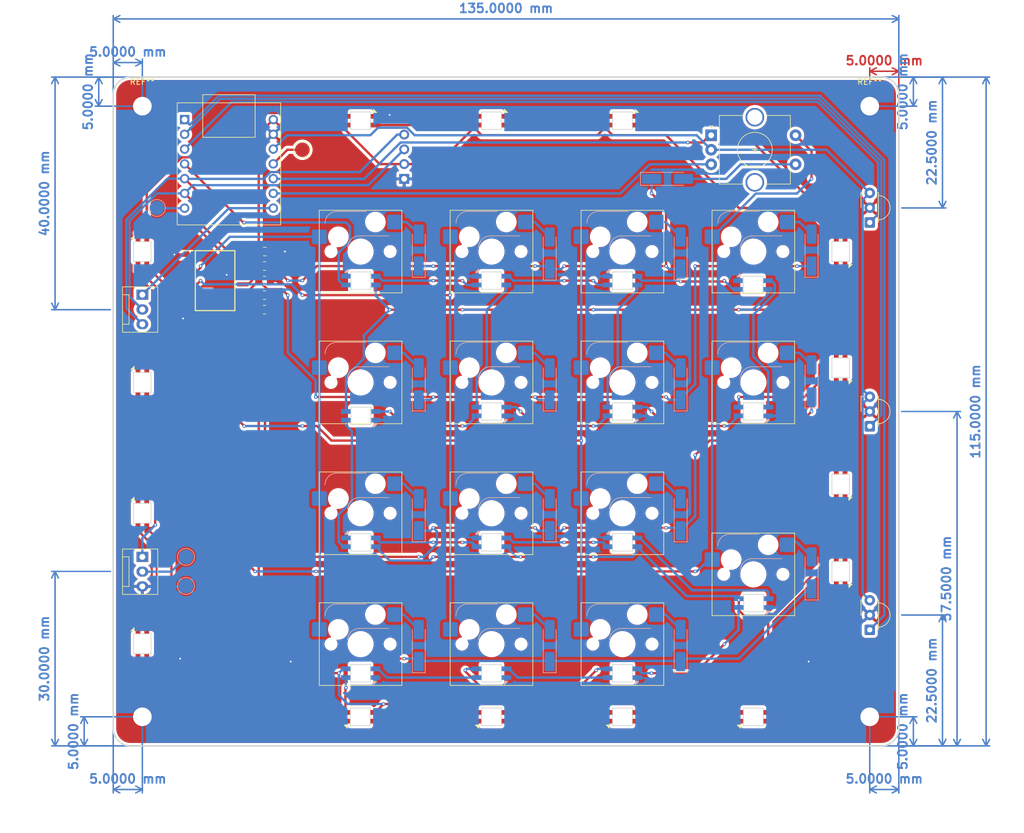
<source format=kicad_pcb>
(kicad_pcb (version 20240108) (generator "pcbnew") (generator_version "8.0")
  (layers (0 "F.Cu" signal) (31 "B.Cu" signal) (34 "B.Paste" user) (35 "F.Paste" user) (36 "B.SilkS" user "B.Silkscreen") (37 "F.SilkS" user "F.Silkscreen") (38 "B.Mask" user) (39 "F.Mask" user) (44 "Edge.Cuts" user))
  (net 0 "")
  (net 1 "Net-(D1-A)")
  (net 2 "A")
  (net 3 "Net-(D2-A)")
  (net 4 "Net-(D3-A)")
  (net 5 "Net-(D4-A)")
  (net 6 "Row 1")
  (net 7 "Net-(D5-A)")
  (net 8 "Net-(D6-A)")
  (net 9 "Net-(D7-A)")
  (net 10 "Net-(D8-A)")
  (net 11 "Net-(D9-A)")
  (net 12 "Row 2")
  (net 13 "Net-(D10-A)")
  (net 14 "Net-(D11-A)")
  (net 15 "Net-(D12-A)")
  (net 16 "Row 3")
  (net 17 "Net-(D13-A)")
  (net 18 "Net-(D14-A)")
  (net 19 "Net-(D15-A)")
  (net 20 "Net-(D16-A)")
  (net 21 "Net-(U1-PB08_A6_D6_TX)")
  (net 22 "Row 4")
  (net 23 "B")
  (net 24 "+5V")
  (net 25 "DIN")
  (net 26 "GND")
  (net 27 "Net-(D19-DOUT)")
  (net 28 "Net-(D20-DOUT)")
  (net 29 "Net-(D21-DOUT)")
  (net 30 "Net-(D22-DOUT)")
  (net 31 "Net-(D23-DOUT)")
  (net 32 "Net-(D24-DOUT)")
  (net 33 "Net-(D25-DOUT)")
  (net 34 "Net-(D26-DOUT)")
  (net 35 "Net-(D27-DOUT)")
  (net 36 "Net-(D28-DOUT)")
  (net 37 "Net-(D29-DOUT)")
  (net 38 "Net-(D30-DOUT)")
  (net 39 "Net-(D31-DOUT)")
  (net 40 "Net-(D32-DOUT)")
  (net 41 "Net-(D33-DOUT)")
  (net 42 "Net-(D34-DOUT)")
  (net 43 "Net-(D35-DOUT)")
  (net 44 "Net-(D36-DOUT)")
  (net 45 "Net-(D37-DOUT)")
  (net 46 "Net-(D38-DOUT)")
  (net 47 "Net-(D39-DOUT)")
  (net 48 "Net-(D40-DOUT)")
  (net 49 "Net-(D41-DOUT)")
  (net 50 "Net-(D42-DOUT)")
  (net 51 "Net-(D43-DOUT)")
  (net 52 "Net-(D44-DOUT)")
  (net 53 "Net-(D45-DOUT)")
  (net 54 "Net-(D46-DOUT)")
  (net 55 "Net-(D47-DOUT)")
  (net 57 "Col2")
  (net 58 "Col1")
  (net 59 "Col3")
  (net 60 "SDA")
  (net 61 "SCL")
  (net 62 "con")
  (net 63 "Net-(J4-Pin_2)")
  (net 64 "Col4")
  (net 65 "+3.3V")
  (net 66 "30kHz")
  (net 67 "36kHz")
  (net 68 "56kHz")
  (net 69 "Net-(U1-PA6_A10_D10_MOSI)")
  (footprint "PCM_Switch_Keyboard_Hotswap_Kailh:SW_Hotswap_Kailh_MX_2.25u_90deg" (layer "F.Cu") (at 137.5 103)
    (property "Reference" "S16" (hide yes))
    (property "Value" "ENTER" (hide yes))
  )
  (footprint "Resistor_SMD:R_0805_2012Metric_Pad1.20x1.40mm_HandSolder" (layer "F.Cu") (at 53.5 52.5 180)
    (property "Reference" "R2" (hide yes))
    (property "Value" "1k" (hide yes))
  )
  (footprint "Connector:FanPinHeader_1x03_P2.54mm_Vertical" (layer "F.Cu") (at 32.5 100 -90)
    (property "Reference" "J4" (hide yes))
    (property "Value" "Spannungsversorgung" (hide yes))
  )
  (footprint "ScottoKeebs_Components:LED_SK6812MINI" (layer "F.Cu") (at 70.05 75.75 180)
    (property "Reference" "D26" (hide yes))
    (property "Value" "WS2812B" (hide yes))
    (fp_line (start 1.7 1.5) (end 1.7 -1.5) (stroke (width 0.12)) (layer "Edge.Cuts"))
    (fp_line (start 1.7 -1.5) (end -1.7 -1.5) (stroke (width 0.12)) (layer "Edge.Cuts"))
    (fp_line (start -1.7 1.5) (end 1.7 1.5) (stroke (width 0.12)) (layer "Edge.Cuts"))
    (fp_line (start -1.7 -1.5) (end -1.7 1.5) (stroke (width 0.12)) (layer "Edge.Cuts"))
  )
  (footprint "ScottoKeebs_Components:LED_SK6812MINI" (layer "F.Cu") (at 70 120 180)
    (property "Reference" "D33" (hide yes))
    (property "Value" "WS2812B" (hide yes))
    (fp_line (start 1.7 1.5) (end 1.7 -1.5) (stroke (width 0.12)) (layer "Edge.Cuts"))
    (fp_line (start 1.7 -1.5) (end -1.7 -1.5) (stroke (width 0.12)) (layer "Edge.Cuts"))
    (fp_line (start -1.7 1.5) (end 1.7 1.5) (stroke (width 0.12)) (layer "Edge.Cuts"))
    (fp_line (start -1.7 -1.5) (end -1.7 1.5) (stroke (width 0.12)) (layer "Edge.Cuts"))
  )
  (footprint "OptoDevice:Vishay_MINICAST-3Pin" (layer "F.Cu") (at 157.5 112.54 90)
    (property "Reference" "U2" (hide yes))
    (property "Value" "TSSP58P38" (hide yes))
  )
  (footprint "ScottoKeebs_Components:LED_SK6812MINI" (layer "F.Cu") (at 92.5 120 180)
    (property "Reference" "D32" (hide yes))
    (property "Value" "WS2812B" (hide yes))
    (fp_line (start 1.7 1.5) (end 1.7 -1.5) (stroke (width 0.12)) (layer "Edge.Cuts"))
    (fp_line (start 1.7 -1.5) (end -1.7 -1.5) (stroke (width 0.12)) (layer "Edge.Cuts"))
    (fp_line (start -1.7 1.5) (end 1.7 1.5) (stroke (width 0.12)) (layer "Edge.Cuts"))
    (fp_line (start -1.7 -1.5) (end -1.7 1.5) (stroke (width 0.12)) (layer "Edge.Cuts"))
  )
  (footprint "ScottoKeebs_Components:LED_SK6812MINI" (layer "F.Cu") (at 92.5 52.5)
    (property "Reference" "D20" (hide yes))
    (property "Value" "WS2812B" (hide yes))
    (fp_line (start -1.7 -1.5) (end -1.7 1.5) (stroke (width 0.12)) (layer "Edge.Cuts"))
    (fp_line (start -1.7 1.5) (end 1.7 1.5) (stroke (width 0.12)) (layer "Edge.Cuts"))
    (fp_line (start 1.7 -1.5) (end -1.7 -1.5) (stroke (width 0.12)) (layer "Edge.Cuts"))
    (fp_line (start 1.7 1.5) (end 1.7 -1.5) (stroke (width 0.12)) (layer "Edge.Cuts"))
  )
  (footprint "ScottoKeebs_Components:OLED_128x32" (layer "F.Cu") (at 75.9 25.2)
    (property "Reference" "J1" (hide yes))
    (property "Value" "OLED_128x32" (hide yes))
  )
  (footprint "PCM_Switch_Keyboard_Hotswap_Kailh:SW_Hotswap_Kailh_MX_1.00u" (layer "F.Cu") (at 70 115)
    (property "Reference" "S13" (hide yes))
    (property "Value" "0" (hide yes))
  )
  (footprint "PCM_Switch_Keyboard_Hotswap_Kailh:SW_Hotswap_Kailh_MX_1.00u" (layer "F.Cu") (at 137.5 47.5)
    (property "Reference" "S8" (hide yes))
    (property "Value" "+" (hide yes))
  )
  (footprint "pcf8574:SOIC127P1032X265-16N" (layer "F.Cu") (at 45 52.5)
    (property "Reference" "IC1" (hide yes))
    (property "Value" "PCF8574T_3,518" (hide yes))
  )
  (footprint "OptoDevice:Vishay_MINICAST-3Pin" (layer "F.Cu") (at 157.5 42.5 90)
    (property "Reference" "U5" (hide yes))
    (property "Value" "TSSP58P38" (hide yes))
  )
  (footprint "Resistor_SMD:R_0805_2012Metric_Pad1.20x1.40mm_HandSolder" (layer "F.Cu") (at 53.5 50)
    (property "Reference" "R1" (hide yes))
    (property "Value" "1k" (hide yes))
  )
  (footprint "MountingHole:MountingHole_3.2mm_M3" (layer "F.Cu") (at 157.5 22.5)
    (property "Reference" "REF**")
    (property "Value" "MountingHole_3.2mm_M3")
  )
  (footprint "ScottoKeebs_Components:LED_SK6812MINI" (layer "F.Cu") (at 137.55 107.945 180)
    (property "Reference" "D30" (hide yes))
    (property "Value" "WS2812B" (hide yes))
    (fp_line (start 1.7 1.5) (end 1.7 -1.5) (stroke (width 0.12)) (layer "Edge.Cuts"))
    (fp_line (start 1.7 -1.5) (end -1.7 -1.5) (stroke (width 0.12)) (layer "Edge.Cuts"))
    (fp_line (start -1.7 1.5) (end 1.7 1.5) (stroke (width 0.12)) (layer "Edge.Cuts"))
    (fp_line (start -1.7 -1.5) (end -1.7 1.5) (stroke (width 0.12)) (layer "Edge.Cuts"))
  )
  (footprint "ScottoKeebs_Components:LED_SK6812MINI" (layer "F.Cu") (at 115 75 180)
    (property "Reference" "D24" (hide yes))
    (property "Value" "WS2812B" (hide yes))
    (fp_line (start 1.7 1.5) (end 1.7 -1.5) (stroke (width 0.12)) (layer "Edge.Cuts"))
    (fp_line (start 1.7 -1.5) (end -1.7 -1.5) (stroke (width 0.12)) (layer "Edge.Cuts"))
    (fp_line (start -1.7 1.5) (end 1.7 1.5) (stroke (width 0.12)) (layer "Edge.Cuts"))
    (fp_line (start -1.7 -1.5) (end -1.7 1.5) (stroke (width 0.12)) (layer "Edge.Cuts"))
  )
  (footprint "MountingHole:MountingHole_3.2mm_M3" (layer "F.Cu") (at 157.5 127.5)
    (property "Reference" "REF**" (hide yes))
    (property "Value" "MountingHole_3.2mm_M3" (hide yes))
  )
  (footprint "PCM_Switch_Keyboard_Hotswap_Kailh:SW_Hotswap_Kailh_MX_1.00u" (layer "F.Cu") (at 92.5 92.5)
    (property "Reference" "S10" (hide yes))
    (property "Value" "8" (hide yes))
  )
  (footprint "ScottoKeebs_Components:LED_SK6812MINI" (layer "F.Cu") (at 92.5 97.5)
    (property "Reference" "D28" (hide yes))
    (property "Value" "WS2812B" (hide yes))
    (fp_line (start -1.7 -1.5) (end -1.7 1.5) (stroke (width 0.12)) (layer "Edge.Cuts"))
    (fp_line (start -1.7 1.5) (end 1.7 1.5) (stroke (width 0.12)) (layer "Edge.Cuts"))
    (fp_line (start 1.7 -1.5) (end -1.7 -1.5) (stroke (width 0.12)) (layer "Edge.Cuts"))
    (fp_line (start 1.7 1.5) (end 1.7 -1.5) (stroke (width 0.12)) (layer "Edge.Cuts"))
  )
  (footprint "XIAO_PCB:MOUDLE14P-2.54-21X17.8MM" (layer "F.Cu") (at 47.38 32.42 90)
    (property "Reference" "U1" (hide yes))
    (property "Value" "MOUDLE-SEEEDUINO-XIAO" (hide yes))
  )
  (footprint "ScottoKeebs_Components:LED_SK6812MINI" (layer "F.Cu") (at 70.05 52.5)
    (property "Reference" "D19" (hide yes))
    (property "Value" "WS2812B" (hide yes))
    (fp_line (start -1.7 -1.5) (end -1.7 1.5) (stroke (width 0.12)) (layer "Edge.Cuts"))
    (fp_line (start -1.7 1.5) (end 1.7 1.5) (stroke (width 0.12)) (layer "Edge.Cuts"))
    (fp_line (start 1.7 -1.5) (end -1.7 -1.5) (stroke (width 0.12)) (layer "Edge.Cuts"))
    (fp_line (start 1.7 1.5) (end 1.7 -1.5) (stroke (width 0.12)) (layer "Edge.Cuts"))
  )
  (footprint "Rotary_Encoder:RotaryEncoder_Alps_EC11E-Switch_Vertical_H20mm_CircularMountingHoles" (layer "F.Cu") (at 130.25 27.5)
    (property "Reference" "SW1" (hide yes))
    (property "Value" "RotaryEncoder_Switch" (hide yes))
  )
  (footprint "TestPoint:TestPoint_Pad_D2.5mm" (layer "F.Cu") (at 60 30)
    (property "Reference" "TP2" (hide yes))
    (property "Value" "TestPoint" (hide yes))
  )
  (footprint "PCM_Switch_Keyboard_Hotswap_Kailh:SW_Hotswap_Kailh_MX_1.00u" (layer "F.Cu") (at 92.5 70)
    (property "Reference" "S6" (hide yes))
    (property "Value" "5" (hide yes))
  )
  (footprint "PCM_Switch_Keyboard_Hotswap_Kailh:SW_Hotswap_Kailh_MX_1.00u" (layer "F.Cu") (at 115 70)
    (property "Reference" "S7" (hide yes))
    (property "Value" "6" (hide yes))
  )
  (footprint "PCM_Switch_Keyboard_Hotswap_Kailh:SW_Hotswap_Kailh_MX_1.00u" (layer "F.Cu") (at 115 92.5)
    (property "Reference" "S11" (hide yes))
    (property "Value" "9" (hide yes))
  )
  (footprint "PCM_Switch_Keyboard_Hotswap_Kailh:SW_Hotswap_Kailh_MX_1.00u" (layer "F.Cu") (at 137.5 70)
    (property "Reference" "S12" (hide yes))
    (property "Value" "-" (hide yes))
  )
  (footprint "PCM_Switch_Keyboard_Hotswap_Kailh:SW_Hotswap_Kailh_MX_1.00u" (layer "F.Cu") (at 92.5 115)
    (property "Reference" "S14" (hide yes))
    (property "Value" "*" (hide yes))
  )
  (footprint "MountingHole:MountingHole_3.2mm_M3" (layer "F.Cu") (at 32.5 22.5)
    (property "Reference" "REF**")
    (property "Value" "MountingHole_3.2mm_M3")
  )
  (footprint "PCM_Switch_Keyboard_Hotswap_Kailh:SW_Hotswap_Kailh_MX_1.00u" (layer "F.Cu") (at 92.5 47.5)
    (property "Reference" "S2" (hide yes))
    (property "Value" "2" (hide yes))
  )
  (footprint "PCM_Switch_Keyboard_Hotswap_Kailh:SW_Hotswap_Kailh_MX_1.00u" (layer "F.Cu") (at 115 115)
    (property "Reference" "S15" (hide yes))
    (property "Value" "/" (hide yes))
  )
  (footprint "ScottoKeebs_Components:LED_SK6812MINI" (layer "F.Cu") (at 137.5 75 180)
    (property "Reference" "D23" (hide yes))
    (property "Value" "WS2812B" (hide yes))
    (fp_line (start 1.7 1.5) (end 1.7 -1.5) (stroke (width 0.12)) (layer "Edge.Cuts"))
    (fp_line (start 1.7 -1.5) (end -1.7 -1.5) (stroke (width 0.12)) (layer "Edge.Cuts"))
    (fp_line (start -1.7 1.5) (end 1.7 1.5) (stroke (width 0.12)) (layer "Edge.Cuts"))
    (fp_line (start -1.7 -1.5) (end -1.7 1.5) (stroke (width 0.12)) (layer "Edge.Cuts"))
  )
  (footprint "Connector:FanPinHeader_1x03_P2.54mm_Vertical" (layer "F.Cu") (at 32.5 54.92 -90)
    (property "Reference" "J3" (hide yes))
    (property "Value" "Data" (hide yes))
  )
  (footprint "ScottoKeebs_Components:LED_SK6812MINI" (layer "F.Cu") (at 92.5 75 180)
    (property "Reference" "D25" (hide yes))
    (property "Value" "WS2812B" (hide yes))
    (fp_line (start 1.7 1.5) (end 1.7 -1.5) (stroke (width 0.12)) (layer "Edge.Cuts"))
    (fp_line (start 1.7 -1.5) (end -1.7 -1.5) (stroke (width 0.12)) (layer "Edge.Cuts"))
    (fp_line (start -1.7 1.5) (end 1.7 1.5) (stroke (width 0.12)) (layer "Edge.Cuts"))
    (fp_line (start -1.7 -1.5) (end -1.7 1.5) (stroke (width 0.12)) (layer "Edge.Cuts"))
  )
  (footprint "PCM_Switch_Keyboard_Hotswap_Kailh:SW_Hotswap_Kailh_MX_1.00u" (layer "F.Cu") (at 115 47.5)
    (property "Reference" "S3" (hide yes))
    (property "Value" "3" (hide yes))
  )
  (footprint "PCM_Switch_Keyboard_Hotswap_Kailh:SW_Hotswap_Kailh_MX_1.00u" (layer "F.Cu") (at 70 92.5)
    (property "Reference" "S9" (hide yes))
    (property "Value" "7" (hide yes))
  )
  (footprint "ScottoKeebs_Components:LED_SK6812MINI" (layer "F.Cu") (at 115 52.5)
    (property "Reference" "D21" (hide yes))
    (property "Value" "WS2812B" (hide yes))
    (fp_line (start -1.7 -1.5) (end -1.7 1.5) (stroke (width 0.12)) (layer "Edge.Cuts"))
    (fp_line (start -1.7 1.5) (end 1.7 1.5) (stroke (width 0.12)) (layer "Edge.Cuts"))
    (fp_line (start 1.7 -1.5) (end -1.7 -1.5) (stroke (width 0.12)) (layer "Edge.Cuts"))
    (fp_line (start 1.7 1.5) (end 1.7 -1.5) (stroke (width 0.12)) (layer "Edge.Cuts"))
  )
  (footprint "ScottoKeebs_Components:LED_SK6812MINI" (layer "F.Cu") (at 137.45 53.25)
    (property "Reference" "D22" (hide yes))
    (property "Value" "WS2812B" (hide yes))
    (fp_line (start -1.7 -1.5) (end -1.7 1.5) (stroke (width 0.12)) (layer "Edge.Cuts"))
    (fp_line (start -1.7 1.5) (end 1.7 1.5) (stroke (width 0.12)) (layer "Edge.Cuts"))
    (fp_line (start 1.7 -1.5) (end -1.7 -1.5) (stroke (width 0.12)) (layer "Edge.Cuts"))
    (fp_line (start 1.7 1.5) (end 1.7 -1.5) (stroke (width 0.12)) (layer "Edge.Cuts"))
  )
  (footprint "ScottoKeebs_Components:LED_SK6812MINI" (layer "F.Cu") (at 115 97.5)
    (property "Reference" "D29" (hide yes))
    (property "Value" "WS2812B" (hide yes))
    (fp_line (start -1.7 -1.5) (end -1.7 1.5) (stroke (width 0.12)) (layer "Edge.Cuts"))
    (fp_line (start -1.7 1.5) (end 1.7 1.5) (stroke (width 0.12)) (layer "Edge.Cuts"))
    (fp_line (start 1.7 -1.5) (end -1.7 -1.5) (stroke (width 0.12)) (layer "Edge.Cuts"))
    (fp_line (start 1.7 1.5) (end 1.7 -1.5) (stroke (width 0.12)) (layer "Edge.Cuts"))
  )
  (footprint "Resistor_SMD:R_0805_2012Metric_Pad1.20x1.40mm_HandSolder" (layer "F.Cu") (at 53.5 55)
    (property "Reference" "R3" (hide yes))
    (property "Value" "1k" (hide yes))
  )
  (footprint "PCM_Switch_Keyboard_Hotswap_Kailh:SW_Hotswap_Kailh_MX_1.00u" (layer "F.Cu") (at 70 70)
    (property "Reference" "S5" (hide yes))
    (property "Value" "4" (hide yes))
  )
  (footprint "ScottoKeebs_Components:LED_SK6812MINI" (layer "F.Cu") (at 70.05 97.5)
    (property "Reference" "D27" (hide yes))
    (property "Value" "WS2812B" (hide yes))
    (fp_line (start -1.7 -1.5) (end -1.7 1.5) (stroke (width 0.12)) (layer "Edge.Cuts"))
    (fp_line (start -1.7 1.5) (end 1.7 1.5) (stroke (width 0.12)) (layer "Edge.Cuts"))
    (fp_line (start 1.7 -1.5) (end -1.7 -1.5) (stroke (width 0.12)) (layer "Edge.Cuts"))
    (fp_line (start 1.7 1.5) (end 1.7 -1.5) (stroke (width 0.12)) (layer "Edge.Cuts"))
  )
  (footprint "Capacitor_SMD:C_0805_2012Metric_Pad1.18x1.45mm_HandSolder" (layer "F.Cu") (at 53.5375 47.5)
    (property "Reference" "C1" (hide yes))
    (property "Value" "100n" (hide yes))
  )
  (footprint "PCM_Switch_Keyboard_Hotswap_Kailh:SW_Hotswap_Kailh_MX_1.00u" (layer "F.Cu") (at 70 47.5)
    (property "Reference" "S1" (hide yes))
    (property "Value" "1" (hide yes))
  )
  (footprint "ScottoKeebs_Components:LED_SK6812MINI" (layer "F.Cu") (at 115 120 180)
    (property "Reference" "D31" (hide yes))
    (property "Value" "WS2812B" (hide yes))
    (fp_line (start 1.7 1.5) (end 1.7 -1.5) (stroke (width 0.12)) (layer "Edge.Cuts"))
    (fp_line (start 1.7 -1.5) (end -1.7 -1.5) (stroke (width 0.12)) (layer "Edge.Cuts"))
    (fp_line (start -1.7 1.5) (end 1.7 1.5) (stroke (width 0.12)) (layer "Edge.Cuts"))
    (fp_line (start -1.7 -1.5) (end -1.7 1.5) (stroke (width 0.12)) (layer "Edge.Cuts"))
  )
  (footprint "Resistor_SMD:R_0805_2012Metric_Pad1.20x1.40mm_HandSolder" (layer "F.Cu") (at 53.5 57.5)
    (property "Reference" "R4" (hide yes))
    (property "Value" "1k" (hide yes))
  )
  (footprint "OptoDevice:Vishay_MINICAST-3Pin" (layer "F.Cu") (at 157.5 77.54 90)
    (property "Reference" "U3" (hide yes))
    (property "Value" "TSSP58P38" (hide yes))
  )
  (footprint "MountingHole:MountingHole_3.2mm_M3" (layer "F.Cu") (at 32.5 127.5)
    (property "Reference" "REF**" (hide yes))
    (property "Value" "MountingHole_3.2mm_M3" (hide yes))
  )
  (footprint "Diode_SMD:D_MiniMELF_Handsoldering" (layer "B.Cu") (at 125 70.25 90)
    (property "Reference" "D7" (hide yes))
    (property "Value" "Diode" (hide yes))
  )
  (footprint "TestPoint:TestPoint_Pad_D2.5mm" (layer "B.Cu") (at 40 100 180)
    (property "Reference" "TP3" (hide yes))
    (property "Value" "TestPoint" (hide yes))
  )
  (footprint "Diode_SMD:D_MiniMELF_Handsoldering" (layer "B.Cu") (at 122.75 35)
    (property "Reference" "D4" (hide yes))
    (property "Value" "Diode" (hide yes))
  )
  (footprint "Diode_SMD:D_MiniMELF_Handsoldering" (layer "B.Cu") (at 102.5 115.25 90)
    (property "Reference" "D14" (hide yes))
    (property "Value" "Diode" (hide yes))
  )
  (footprint "ScottoKeebs_Components:LED_SK6812MINI" (layer "B.Cu") (at 32.5 114.95 -90)
    (property "Reference" "D48" (hide yes))
    (property "Value" "WS2812B" (hide yes))
    (fp_line (start -1.7 1.5) (end 1.7 1.5) (stroke (width 0.12)) (layer "Edge.Cuts"))
    (fp_line (start 1.7 1.5) (end 1.7 -1.5) (stroke (width 0.12)) (layer "Edge.Cuts"))
    (fp_line (start -1.7 -1.5) (end -1.7 1.5) (stroke (width 0.12)) (layer "Edge.Cuts"))
    (fp_line (start 1.7 -1.5) (end -1.7 -1.5) (stroke (width 0.12)) (layer "Edge.Cuts"))
  )
  (footprint "Diode_SMD:D_MiniMELF_Handsoldering" (layer "B.Cu") (at 102.5 92.75 90)
    (property "Reference" "D10" (hide yes))
    (property "Value" "Diode" (hide yes))
  )
  (footprint "ScottoKeebs_Components:LED_SK6812MINI" (layer "B.Cu") (at 152.5 102.5 90)
    (property "Reference" "D38" (hide yes))
    (property "Value" "WS2812B" (hide yes))
    (fp_line (start 1.7 -1.5) (end -1.7 -1.5) (stroke (width 0.12)) (layer "Edge.Cuts"))
    (fp_line (start -1.7 -1.5) (end -1.7 1.5) (stroke (width 0.12)) (layer "Edge.Cuts"))
    (fp_line (start 1.7 1.5) (end 1.7 -1.5) (stroke (width 0.12)) (layer "Edge.Cuts"))
    (fp_line (start -1.7 1.5) (end 1.7 1.5) (stroke (width 0.12)) (layer "Edge.Cuts"))
  )
  (footprint "ScottoKeebs_Components:LED_SK6812MINI" (layer "B.Cu") (at 115 127.5)
    (property "Reference" "D36" (hide yes))
    (property "Value" "WS2812B" (hide yes))
    (fp_line (start -1.7 -1.5) (end -1.7 1.5) (stroke (width 0.12)) (layer "Edge.Cuts"))
    (fp_line (start -1.7 1.5) (end 1.7 1.5) (stroke (width 0.12)) (layer "Edge.Cuts"))
    (fp_line (start 1.7 -1.5) (end -1.7 -1.5) (stroke (width 0.12)) (layer "Edge.Cuts"))
    (fp_line (start 1.7 1.5) (end 1.7 -1.5) (stroke (width 0.12)) (layer "Edge.Cuts"))
  )
  (footprint "Diode_SMD:D_MiniMELF_Handsoldering" (layer "B.Cu") (at 147.5 69.75 90)
    (property "Reference" "D12" (hide yes))
    (property "Value" "Diode" (hide yes))
  )
  (footprint "Diode_SMD:D_MiniMELF_Handsoldering" (layer "B.Cu") (at 80 115.25 90)
    (property "Reference" "D13" (hide yes))
    (property "Value" "Diode" (hide yes))
  )
  (footprint "Diode_SMD:D_MiniMELF_Handsoldering" (layer "B.Cu") (at 125 115.25 90)
    (property "Reference" "D15" (hide yes))
    (property "Value" "Diode" (hide yes))
  )
  (footprint "Diode_SMD:D_MiniMELF_Handsoldering" (layer "B.Cu") (at 80 70.25 90)
    (property "Reference" "D5" (hide yes))
    (property "Value" "Diode" (hide yes))
  )
  (footprint "ScottoKeebs_Components:LED_SK6812MINI" (layer "B.Cu") (at 32.5 47.5 -90)
    (property "Reference" "D45" (hide yes))
    (property "Value" "WS2812B" (hide yes))
    (fp_line (start -1.7 1.5) (end 1.7 1.5) (stroke (width 0.12)) (layer "Edge.Cuts"))
    (fp_line (start 1.7 1.5) (end 1.7 -1.5) (stroke (width 0.12)) (layer "Edge.Cuts"))
    (fp_line (start -1.7 -1.5) (end -1.7 1.5) (stroke (width 0.12)) (layer "Edge.Cuts"))
    (fp_line (start 1.7 -1.5) (end -1.7 -1.5) (stroke (width 0.12)) (layer "Edge.Cuts"))
  )
  (footprint "Diode_SMD:D_MiniMELF_Handsoldering" (layer "B.Cu") (at 147.5 102.75 90)
    (property "Reference" "D16" (hide yes))
    (property "Value" "Diode" (hide yes))
  )
  (footprint "TestPoint:TestPoint_Pad_D2.5mm" (layer "B.Cu") (at 35 40 180)
    (property "Reference" "TP4" (hide yes))
    (property "Value" "TestPoint" (hide yes))
  )
  (footprint "Diode_SMD:D_MiniMELF_Handsoldering" (layer "B.Cu") (at 125 92.75 90)
    (property "Reference" "D11" (hide yes))
    (property "Value" "Diode" (hide yes))
  )
  (footprint "TestPoint:TestPoint_Pad_D2.5mm" (layer "B.Cu") (at 40 105 180)
    (property "Reference" "TP1" (hide yes))
    (property "Value" "TestPoint" (hide yes))
  )
  (footprint "ScottoKeebs_Components:LED_SK6812MINI" (layer "B.Cu") (at 137.5 127.5)
    (property "Reference" "D37" (hide yes))
    (property "Value" "WS2812B" (hide yes))
    (fp_line (start -1.7 -1.5) (end -1.7 1.5) (stroke (width 0.12)) (layer "Edge.Cuts"))
    (fp_line (start -1.7 1.5) (end 1.7 1.5) (stroke (width 0.12)) (layer "Edge.Cuts"))
    (fp_line (start 1.7 -1.5) (end -1.7 -1.5) (stroke (width 0.12)) (layer "Edge.Cuts"))
    (fp_line (start 1.7 1.5) (end 1.7 -1.5) (stroke (width 0.12)) (layer "Edge.Cuts"))
  )
  (footprint "Diode_SMD:D_MiniMELF_Handsoldering" (layer "B.Cu") (at 80 47.25 90)
    (property "Reference" "D1" (hide yes))
    (property "Value" "Diode" (hide yes))
  )
  (footprint "ScottoKeebs_Components:LED_SK6812MINI" (layer "B.Cu") (at 70 25 180)
    (property "Reference" "D44" (hide yes))
    (property "Value" "WS2812B" (hide yes))
    (fp_line (start 1.7 1.5) (end 1.7 -1.5) (stroke (width 0.12)) (layer "Edge.Cuts"))
    (fp_line (start 1.7 -1.5) (end -1.7 -1.5) (stroke (width 0.12)) (layer "Edge.Cuts"))
    (fp_line (start -1.7 1.5) (end 1.7 1.5) (stroke (width 0.12)) (layer "Edge.Cuts"))
    (fp_line (start -1.7 -1.5) (end -1.7 1.5) (stroke (width 0.12)) (layer "Edge.Cuts"))
  )
  (footprint "ScottoKeebs_Components:LED_SK6812MINI" (layer "B.Cu") (at 92.5 127.5)
    (property "Reference" "D35" (hide yes))
    (property "Value" "WS2812B" (hide yes))
    (fp_line (start -1.7 -1.5) (end -1.7 1.5) (stroke (width 0.12)) (layer "Edge.Cuts"))
    (fp_line (start -1.7 1.5) (end 1.7 1.5) (stroke (width 0.12)) (layer "Edge.Cuts"))
    (fp_line (start 1.7 -1.5) (end -1.7 -1.5) (stroke (width 0.12)) (layer "Edge.Cuts"))
    (fp_line (start 1.7 1.5) (end 1.7 -1.5) (stroke (width 0.12)) (layer "Edge.Cuts"))
  )
  (footprint "ScottoKeebs_Components:LED_SK6812MINI" (layer "B.Cu") (at 115 25 180)
    (property "Reference" "D42" (hide yes))
    (property "Value" "WS2812B" (hide yes))
    (fp_line (start 1.7 1.5) (end 1.7 -1.5) (stroke (width 0.12)) (layer "Edge.Cuts"))
    (fp_line (start 1.7 -1.5) (end -1.7 -1.5) (stroke (width 0.12)) (layer "Edge.Cuts"))
    (fp_line (start -1.7 1.5) (end 1.7 1.5) (stroke (width 0.12)) (layer "Edge.Cuts"))
    (fp_line (start -1.7 -1.5) (end -1.7 1.5) (stroke (width 0.12)) (layer "Edge.Cuts"))
  )
  (footprint "ScottoKeebs_Components:LED_SK6812MINI" (layer "B.Cu") (at 92.5 25 180)
    (property "Reference" "D43" (hide yes))
    (property "Value" "WS2812B" (hide yes))
    (fp_line (start 1.7 1.5) (end 1.7 -1.5) (stroke (width 0.12)) (layer "Edge.Cuts"))
    (fp_line (start 1.7 -1.5) (end -1.7 -1.5) (stroke (width 0.12)) (layer "Edge.Cuts"))
    (fp_line (start -1.7 1.5) (end 1.7 1.5) (stroke (width 0.12)) (layer "Edge.Cuts"))
    (fp_line (start -1.7 -1.5) (end -1.7 1.5) (stroke (width 0.12)) (layer "Edge.Cuts"))
  )
  (footprint "ScottoKeebs_Components:LED_SK6812MINI" (layer "B.Cu") (at 152.5 47.5 90)
    (property "Reference" "D41" (hide yes))
    (property "Value" "WS2812B" (hide yes))
    (fp_line (start 1.7 -1.5) (end -1.7 -1.5) (stroke (width 0.12)) (layer "Edge.Cuts"))
    (fp_line (start -1.7 -1.5) (end -1.7 1.5) (stroke (width 0.12)) (layer "Edge.Cuts"))
    (fp_line (start 1.7 1.5) (end 1.7 -1.5) (stroke (width 0.12)) (layer "Edge.Cuts"))
    (fp_line (start -1.7 1.5) (end 1.7 1.5) (stroke (width 0.12)) (layer "Edge.Cuts"))
  )
  (footprint "Diode_SMD:D_MiniMELF_Handsoldering" (layer "B.Cu") (at 125 47.75 90)
    (property "Reference" "D3" (hide yes))
    (property "Value" "Diode" (hide yes))
  )
  (footprint "ScottoKeebs_Components:LED_SK6812MINI" (layer "B.Cu") (at 152.5 87.5 90)
    (property "Reference" "D39" (hide yes))
    (property "Value" "WS2812B" (hide yes))
    (fp_line (start 1.7 -1.5) (end -1.7 -1.5) (stroke (width 0.12)) (layer "Edge.Cuts"))
    (fp_line (start -1.7 -1.5) (end -1.7 1.5) (stroke (width 0.12)) (layer "Edge.Cuts"))
    (fp_line (start 1.7 1.5) (end 1.7 -1.5) (stroke (width 0.12)) (layer "Edge.Cuts"))
    (fp_line (start -1.7 1.5) (end 1.7 1.5) (stroke (width 0.12)) (layer "Edge.Cuts"))
  )
  (footprint "Diode_SMD:D_MiniMELF_Handsoldering" (layer "B.Cu") (at 102.5 47.75 90)
    (property "Reference" "D2" (hide yes))
    (property "Value" "Diode" (hide yes))
  )
  (footprint "Diode_SMD:D_MiniMELF_Handsoldering" (layer "B.Cu") (at 80 92.75 90)
    (property "Reference" "D9" (hide yes))
    (property "Value" "Diode" (hide yes))
  )
  (footprint "ScottoKeebs_Components:LED_SK6812MINI" (layer "B.Cu") (at 152.5 67.5 90)
    (property "Reference" "D40" (hide yes))
    (property "Value" "WS2812B" (hide yes))
    (fp_line (start 1.7 -1.5) (end -1.7 -1.5) (stroke (width 0.12)) (layer "Edge.Cuts"))
    (fp_line (start -1.7 -1.5) (end -1.7 1.5) (stroke (width 0.12)) (layer "Edge.Cuts"))
    (fp_line (start 1.7 1.5) (end 1.7 -1.5) (stroke (width 0.12)) (layer "Edge.Cuts"))
    (fp_line (start -1.7 1.5) (end 1.7 1.5) (stroke (width 0.12)) (layer "Edge.Cuts"))
  )
  (footprint "ScottoKeebs_Components:LED_SK6812MINI" (layer "B.Cu") (at 69.95 127.5)
    (property "Reference" "D34" (hide yes))
    (property "Value" "WS2812B" (hide yes))
    (fp_line (start -1.7 -1.5) (end -1.7 1.5) (stroke (width 0.12)) (layer "Edge.Cuts"))
    (fp_line (start -1.7 1.5) (end 1.7 1.5) (stroke (width 0.12)) (layer "Edge.Cuts"))
    (fp_line (start 1.7 -1.5) (end -1.7 -1.5) (stroke (width 0.12)) (layer "Edge.Cuts"))
    (fp_line (start 1.7 1.5) (end 1.7 -1.5) (stroke (width 0.12)) (layer "Edge.Cuts"))
  )
  (footprint "Diode_SMD:D_MiniMELF_Handsoldering" (layer "B.Cu") (at 102.5 70.25 90)
    (property "Reference" "D6" (hide yes))
    (property "Value" "Diode" (hide yes))
  )
  (footprint "ScottoKeebs_Components:LED_SK6812MINI" (layer "B.Cu") (at 32.5 70 -90)
    (property "Reference" "D46" (hide yes))
    (property "Value" "WS2812B" (hide yes))
    (fp_line (start -1.7 1.5) (end 1.7 1.5) (stroke (width 0.12)) (layer "Edge.Cuts"))
    (fp_line (start 1.7 1.5) (end 1.7 -1.5) (stroke (width 0.12)) (layer "Edge.Cuts"))
    (fp_line (start -1.7 -1.5) (end -1.7 1.5) (stroke (width 0.12)) (layer "Edge.Cuts"))
    (fp_line (start 1.7 -1.5) (end -1.7 -1.5) (stroke (width 0.12)) (layer "Edge.Cuts"))
  )
  (footprint "ScottoKeebs_Components:LED_SK6812MINI" (layer "B.Cu") (at 32.5 92.5 -90)
    (property "Reference" "D47" (hide yes))
    (property "Value" "WS2812B" (hide yes))
    (fp_line (start -1.7 1.5) (end 1.7 1.5) (stroke (width 0.12)) (layer "Edge.Cuts"))
    (fp_line (start 1.7 1.5) (end 1.7 -1.5) (stroke (width 0.12)) (layer "Edge.Cuts"))
    (fp_line (start -1.7 -1.5) (end -1.7 1.5) (stroke (width 0.12)) (layer "Edge.Cuts"))
    (fp_line (start 1.7 -1.5) (end -1.7 -1.5) (stroke (width 0.12)) (layer "Edge.Cuts"))
  )
  (footprint "Diode_SMD:D_MiniMELF_Handsoldering" (layer "B.Cu") (at 147.5 47.25 90)
    (property "Reference" "D8" (hide yes))
    (property "Value" "Diode" (hide yes))
  )
  (gr_arc (start 30.5 132.5) (mid 28.37868 131.62132) (end 27.5 129.5) (stroke (width 0.254)) (layer "Edge.Cuts"))
  (gr_arc (start 159.5 17.5) (mid 161.62132 18.37868) (end 162.5 20.5) (stroke (width 0.254)) (layer "Edge.Cuts"))
  (gr_arc (start 27.5 20.5) (mid 28.37868 18.37868) (end 30.5 17.5) (stroke (width 0.254)) (layer "Edge.Cuts"))
  (gr_arc (start 162.5 129.5) (mid 161.62132 131.62132) (end 159.5 132.5) (stroke (width 0.254)) (layer "Edge.Cuts"))
  (gr_line (start 162.5 20.5) (end 162.5 129.5) (stroke (width 0.254)) (layer "Edge.Cuts"))
  (gr_line (start 30.5 17.5) (end 159.5 17.5) (stroke (width 0.254)) (layer "Edge.Cuts"))
  (gr_line (start 159.5 132.5) (end 30.5 132.5) (stroke (width 0.254)) (layer "Edge.Cuts"))
  (gr_line (start 27.5 129.5) (end 27.5 20.5) (stroke (width 0.254)) (layer "Edge.Cuts"))
  (dimension (type aligned) (layer "F.Cu") (pts (xy 162.5 22.5) (xy 157.5 22.5)) (height 6) (gr_text "5,0000 mm" (at 160 14.6712 0) (layer "F.Cu") (effects (font (size 1.524 1.524) (thickness 0.3048)))) (format (prefix "") (suffix "") (units 3) (units_format 1) (precision 4)) (style (thickness 0.254) (arrow_length 1.27) (text_position_mode 0) (extension_height 0.58642) (extension_offset 0.5) keep_text_aligned))
  (dimension (type aligned) (layer "B.Cu") (pts (xy 162.5 132.5) (xy 162.5 75)) (height 10) (gr_text "57,5000 mm" (at 170.6712 103.75 90) (layer "B.Cu") (effects (font (size 1.524 1.524) (thickness 0.3048)))) (format (prefix "") (suffix "") (units 3) (units_format 1) (precision 4)) (style (thickness 0.254) (arrow_length 1.27) (text_position_mode 0) (extension_height 0.58642) (extension_offset 0.5) keep_text_aligned))
  (dimension (type aligned) (layer "B.Cu") (pts (xy 162.5 17.5) (xy 162.5 40)) (height -7.5) (gr_text "22,5000 mm" (at 168.1712 28.75 90) (layer "B.Cu") (effects (font (size 1.524 1.524) (thickness 0.3048)))) (format (prefix "") (suffix "") (units 3) (units_format 1) (precision 4)) (style (thickness 0.254) (arrow_length 1.27) (text_position_mode 0) (extension_height 0.58642) (extension_offset 0.5) keep_text_aligned))
  (dimension (type aligned) (layer "B.Cu") (pts (xy 162.5 132.5) (xy 162.5 110)) (height 7.5) (gr_text "22,5000 mm" (at 168.1712 121.25 90) (layer "B.Cu") (effects (font (size 1.524 1.524) (thickness 0.3048)))) (format (prefix "") (suffix "") (units 3) (units_format 1) (precision 4)) (style (thickness 0.254) (arrow_length 1.27) (text_position_mode 0) (extension_height 0.58642) (extension_offset 0.5) keep_text_aligned))
  (dimension (type aligned) (layer "B.Cu") (pts (xy 27.5 132.5) (xy 27.5 102.5)) (height -10) (gr_text "30,0000 mm" (at 15.6712 117.5 90) (layer "B.Cu") (effects (font (size 1.524 1.524) (thickness 0.3048)))) (format (prefix "") (suffix "") (units 3) (units_format 1) (precision 4)) (style (thickness 0.254) (arrow_length 1.27) (text_position_mode 0) (extension_height 0.58642) (extension_offset 0.5) keep_text_aligned))
  (dimension (type aligned) (layer "B.Cu") (pts (xy 162.5 17.5) (xy 27.5 17.5)) (height 9.999999) (gr_text "135,0000 mm" (at 95 5.671201 0) (layer "B.Cu") (effects (font (size 1.524 1.524) (thickness 0.3048)))) (format (prefix "") (suffix "") (units 3) (units_format 1) (precision 4)) (style (thickness 0.254) (arrow_length 1.27) (text_position_mode 0) (extension_height 0.58642) (extension_offset 0.5) keep_text_aligned))
  (dimension (type aligned) (layer "B.Cu") (pts (xy 32.5 127.5) (xy 32.5 132.5)) (height 10) (gr_text "5,0000 mm" (at 20.6712 130 90) (layer "B.Cu") (effects (font (size 1.524 1.524) (thickness 0.3048)))) (format (prefix "") (suffix "") (units 3) (units_format 1) (precision 4)) (style (thickness 0.254) (arrow_length 1.27) (text_position_mode 0) (extension_height 0.58642) (extension_offset 0.5) keep_text_aligned))
  (dimension (type aligned) (layer "B.Cu") (pts (xy 157.5 22.5) (xy 157.5 17.5)) (height 7.5) (gr_text "5,0000 mm" (at 163.1712 20 90) (layer "B.Cu") (effects (font (size 1.524 1.524) (thickness 0.3048)))) (format (prefix "") (suffix "") (units 3) (units_format 1) (precision 4)) (style (thickness 0.254) (arrow_length 1.27) (text_position_mode 0) (extension_height 0.58642) (extension_offset 0.5) keep_text_aligned))
  (dimension (type aligned) (layer "B.Cu") (pts (xy 32.5 22.5) (xy 27.5 22.5)) (height 7.499999) (gr_text "5,0000 mm" (at 30 13.171201 0) (layer "B.Cu") (effects (font (size 1.524 1.524) (thickness 0.3048)))) (format (prefix "") (suffix "") (units 3) (units_format 1) (precision 4)) (style (thickness 0.254) (arrow_length 1.27) (text_position_mode 0) (extension_height 0.58642) (extension_offset 0.5) keep_text_aligned))
  (dimension (type aligned) (layer "B.Cu") (pts (xy 157.5 132.5) (xy 157.5 127.5)) (height 7.5) (gr_text "5,0000 mm" (at 163.1712 130 90) (layer "B.Cu") (effects (font (size 1.524 1.524) (thickness 0.3048)))) (format (prefix "") (suffix "") (units 3) (units_format 1) (precision 4)) (style (thickness 0.254) (arrow_length 1.27) (text_position_mode 0) (extension_height 0.58642) (extension_offset 0.5) keep_text_aligned))
  (dimension (type aligned) (layer "B.Cu") (pts (xy 32.5 22.5) (xy 32.5 17.5)) (height -7.5) (gr_text "5,0000 mm" (at 23.1712 20 90) (layer "B.Cu") (effects (font (size 1.524 1.524) (thickness 0.3048)))) (format (prefix "") (suffix "") (units 3) (units_format 1) (precision 4)) (style (thickness 0.254) (arrow_length 1.27) (text_position_mode 0) (extension_height 0.58642) (extension_offset 0.5) keep_text_aligned))
  (dimension (type aligned) (layer "B.Cu") (pts (xy 27.5 17.5) (xy 27.5 57.5)) (height 10) (gr_text "40,0000 mm" (at 15.6712 37.5 90) (layer "B.Cu") (effects (font (size 1.524 1.524) (thickness 0.3048)))) (format (prefix "") (suffix "") (units 3) (units_format 1) (precision 4)) (style (thickness 0.254) (arrow_length 1.27) (text_position_mode 0) (extension_height 0.58642) (extension_offset 0.5) keep_text_aligned))
  (dimension (type aligned) (layer "B.Cu") (pts (xy 157.5 127.5) (xy 162.5 127.5)) (height 12.5) (gr_text "5,0000 mm" (at 160 138.1712 0) (layer "B.Cu") (effects (font (size 1.524 1.524) (thickness 0.3048)))) (format (prefix "") (suffix "") (units 3) (units_format 1) (precision 4)) (style (thickness 0.254) (arrow_length 1.27) (text_position_mode 0) (extension_height 0.58642) (extension_offset 0.5) keep_text_aligned))
  (dimension (type aligned) (layer "B.Cu") (pts (xy 32.5 127.5) (xy 27.5 127.5)) (height -12.5) (gr_text "5,0000 mm" (at 30 138.1712 0) (layer "B.Cu") (effects (font (size 1.524 1.524) (thickness 0.3048)))) (format (prefix "") (suffix "") (units 3) (units_format 1) (precision 4)) (style (thickness 0.254) (arrow_length 1.27) (text_position_mode 0) (extension_height 0.58642) (extension_offset 0.5) keep_text_aligned))
  (dimension (type aligned) (layer "B.Cu") (pts (xy 162.5 17.5) (xy 162.5 132.5)) (height -15) (gr_text "115,0000 mm" (at 175.6712 75 90) (layer "B.Cu") (effects (font (size 1.524 1.524) (thickness 0.3048)))) (format (prefix "") (suffix "") (units 3) (units_format 1) (precision 4)) (style (thickness 0.254) (arrow_length 1.27) (text_position_mode 0) (extension_height 0.58642) (extension_offset 0.5) keep_text_aligned))
  (segment (start 77.92 42.42) (end 80 44.5) (width 0.4) (layer "B.Cu") (net 1))
  (segment (start 75.842 42.42) (end 77.92 42.42) (width 0.4) (layer "B.Cu") (net 1))
  (segment (start 128.757 28.743) (end 130 27.5) (width 0.4) (layer "F.Cu") (net 2))
  (segment (start 130 27.5) (end 130.25 27.5) (width 0.4) (layer "F.Cu") (net 2))
  (segment (start 126.243 28.743) (end 128.757 28.743) (width 0.4) (layer "F.Cu") (net 2))
  (via (at 126.243 28.743) (size 0.6) (drill 0.3) (layers "F.Cu" "B.Cu") (net 2))
  (segment (start 126.243 28.743) (end 76.88229 28.743) (width 0.4) (layer "B.Cu") (net 2))
  (segment (start 70.62529 35) (end 55.04 35) (width 0.4) (layer "B.Cu") (net 2))
  (segment (start 76.88229 28.743) (end 70.62529 35) (width 0.4) (layer "B.Cu") (net 2))
  (segment (start 55.04 35) (end 55 34.96) (width 0.4) (layer "B.Cu") (net 2))
  (segment (start 99.92 42.42) (end 102.5 45) (width 0.4) (layer "B.Cu") (net 3))
  (segment (start 98.262 42.42) (end 99.92 42.42) (width 0.4) (layer "B.Cu") (net 3))
  (segment (start 122.42 42.42) (end 125 45) (width 0.4) (layer "B.Cu") (net 4))
  (segment (start 120.842 42.42) (end 122.42 42.42) (width 0.4) (layer "B.Cu") (net 4))
  (segment (start 125.5 35) (end 132.831497 35) (width 0.4) (layer "B.Cu") (net 5))
  (segment (start 135.331497 32.5) (end 144.75 32.5) (width 0.4) (layer "B.Cu") (net 5))
  (segment (start 132.831497 35) (end 135.331497 32.5) (width 0.4) (layer "B.Cu") (net 5))
  (segment (start 62.5 50) (end 82.5 50) (width 0.4) (layer "F.Cu") (net 6))
  (segment (start 52.5 50) (end 51.33 51.17) (width 0.4) (layer "F.Cu") (net 6))
  (segment (start 50.675 53.135) (end 49.725 53.135) (width 0.4) (layer "F.Cu") (net 6))
  (segment (start 60 52.5) (end 62.5 50) (width 0.4) (layer "F.Cu") (net 6))
  (segment (start 53.76 51.26) (end 56.26 51.26) (width 0.4) (layer "F.Cu") (net 6))
  (segment (start 51.33 52.48) (end 50.675 53.135) (width 0.4) (layer "F.Cu") (net 6))
  (segment (start 120 37.5) (end 122.5 40) (width 0.4) (layer "F.Cu") (net 6))
  (segment (start 52.5 50) (end 53.76 51.26) (width 0.4) (layer "F.Cu") (net 6))
  (segment (start 122.5 40) (end 122.5 50) (width 0.4) (layer "F.Cu") (net 6))
  (segment (start 82.5 50) (end 100 50) (width 0.4) (layer "F.Cu") (net 6))
  (segment (start 51.33 51.17) (end 51.33 52.48) (width 0.4) (layer "F.Cu") (net 6))
  (segment (start 56.26 51.26) (end 57.5 52.5) (width 0.4) (layer "F.Cu") (net 6))
  (segment (start 105 50) (end 122.5 50) (width 0.4) (layer "F.Cu") (net 6))
  (via (at 120 37.5) (size 0.6) (drill 0.3) (layers "F.Cu" "B.Cu") (net 6))
  (via (at 105 50) (size 0.6) (drill 0.3) (layers "F.Cu" "B.Cu") (net 6))
  (via (at 122.5 50) (size 0.6) (drill 0.3) (layers "F.Cu" "B.Cu") (net 6))
  (via (at 82.5 50) (size 0.6) (drill 0.3) (layers "F.Cu" "B.Cu") (net 6))
  (via (at 57.5 52.5) (size 0.6) (drill 0.3) (layers "F.Cu" "B.Cu") (net 6))
  (via (at 60 52.5) (size 0.6) (drill 0.3) (layers "F.Cu" "B.Cu") (net 6))
  (via (at 100 50) (size 0.6) (drill 0.3) (layers "F.Cu" "B.Cu") (net 6))
  (segment (start 123 50.5) (end 125 50.5) (width 0.4) (layer "B.Cu") (net 6))
  (segment (start 102 50) (end 102.5 50.5) (width 0.4) (layer "B.Cu") (net 6))
  (segment (start 104.5 50.5) (end 105 50) (width 0.4) (layer "B.Cu") (net 6))
  (segment (start 122.5 50) (end 123 50.5) (width 0.4) (layer "B.Cu") (net 6))
  (segment (start 100 50) (end 102 50) (width 0.4) (layer "B.Cu") (net 6))
  (segment (start 80 50) (end 82.5 50) (width 0.4) (layer "B.Cu") (net 6))
  (segment (start 57.5 52.5) (end 60 52.5) (width 0.4) (layer "B.Cu") (net 6))
  (segment (start 102.5 50.5) (end 104.5 50.5) (width 0.4) (layer "B.Cu") (net 6))
  (segment (start 120 35) (end 120 37.5) (width 0.4) (layer "B.Cu") (net 6))
  (segment (start 75.842 64.92) (end 77.42 64.92) (width 0.4) (layer "B.Cu") (net 7))
  (segment (start 77.42 64.92) (end 80 67.5) (width 0.4) (layer "B.Cu") (net 7))
  (segment (start 98.302 65) (end 100 65) (width 0.4) (layer "B.Cu") (net 8))
  (segment (start 100 65) (end 102.5 67.5) (width 0.4) (layer "B.Cu") (net 8))
  (segment (start 120.842 64.92) (end 122.42 64.92) (width 0.4) (layer "B.Cu") (net 9))
  (segment (start 122.42 64.92) (end 125 67.5) (width 0.4) (layer "B.Cu") (net 9))
  (segment (start 143.422 42.42) (end 145.42 42.42) (width 0.4) (layer "B.Cu") (net 10))
  (segment (start 145.42 42.42) (end 147.5 44.5) (width 0.4) (layer "B.Cu") (net 10))
  (segment (start 77.42 87.42) (end 80 90) (width 0.4) (layer "B.Cu") (net 11))
  (segment (start 75.922 87.42) (end 77.42 87.42) (width 0.4) (layer "B.Cu") (net 11))
  (segment (start 52.5 52.5) (end 53.973 53.973) (width 0.4) (layer "F.Cu") (net 12))
  (segment (start 122.5 72.5) (end 100 72.5) (width 0.4) (layer "F.Cu") (net 12))
  (segment (start 145 50) (end 127.5 50) (width 0.4) (layer "F.Cu") (net 12))
  (segment (start 62.288 72.5) (end 82.5 72.5) (width 0.4) (layer "F.Cu") (net 12))
  (segment (start 52.5 52.5) (end 50.595 54.405) (width 0.4) (layer "F.Cu") (net 12))
  (segment (start 82.5 72.5) (end 100 72.5) (width 0.4) (layer "F.Cu") (net 12))
  (segment (start 53.973 53.973) (end 56.473 53.973) (width 0.4) (layer "F.Cu") (net 12))
  (segment (start 56.473 53.973) (end 57.5 55) (width 0.4) (layer "F.Cu") (net 12))
  (segment (start 50.595 54.405) (end 49.725 54.405) (width 0.4) (layer "F.Cu") (net 12))
  (via (at 82.5 72.5) (size 0.6) (drill 0.3) (layers "F.Cu" "B.Cu") (net 12))
  (via (at 100 72.5) (size 0.6) (drill 0.3) (layers "F.Cu" "B.Cu") (net 12))
  (via (at 127.5 50) (size 0.6) (drill 0.3) (layers "F.Cu" "B.Cu") (net 12))
  (via (at 145 50) (size 0.6) (drill 0.3) (layers "F.Cu" "B.Cu") (net 12))
  (via (at 122.5 72.5) (size 0.6) (drill 0.3) (layers "F.Cu" "B.Cu") (net 12))
  (via (at 62.288 72.5) (size 0.6) (drill 0.3) (layers "F.Cu" "B.Cu") (net 12))
  (via (at 57.5 55) (size 0.6) (drill 0.3) (layers "F.Cu" "B.Cu") (net 12))
  (segment (start 57.5 64.892928) (end 62.288 69.680928) (width 0.4) (layer "B.Cu") (net 12))
  (segment (start 125 72.784744) (end 125 73) (width 0.4) (layer "B.Cu") (net 12))
  (segment (start 82 73) (end 82.5 72.5) (width 0.4) (layer "B.Cu") (net 12))
  (segment (start 57.5 55) (end 57.5 64.892928) (width 0.4) (layer "B.Cu") (net 12))
  (segment (start 100 72.5) (end 100.5 73) (width 0.4) (layer "B.Cu") (net 12))
  (segment (start 123 73) (end 122.5 72.5) (width 0.4) (layer "B.Cu") (net 12))
  (segment (start 147.5 50) (end 145 50) (width 0.4) (layer "B.Cu") (net 12))
  (segment (start 100.5 73) (end 102.5 73) (width 0.4) (layer "B.Cu") (net 12))
  (segment (start 62.288 69.680928) (end 62.288 72.5) (width 0.4) (layer "B.Cu") (net 12))
  (segment (start 80 73) (end 82 73) (width 0.4) (layer "B.Cu") (net 12))
  (segment (start 125 73) (end 123 73) (width 0.4) (layer "B.Cu") (net 12))
  (segment (start 127.5 50) (end 127.5 70.284744) (width 0.4) (layer "B.Cu") (net 12))
  (segment (start 127.5 70.284744) (end 125 72.784744) (width 0.4) (layer "B.Cu") (net 12))
  (segment (start 98.342 87.42) (end 99.92 87.42) (width 0.4) (layer "B.Cu") (net 13))
  (segment (start 99.92 87.42) (end 102.5 90) (width 0.4) (layer "B.Cu") (net 13))
  (segment (start 122.42 87.42) (end 125 90) (width 0.4) (layer "B.Cu") (net 14))
  (segment (start 120.842 87.42) (end 122.42 87.42) (width 0.4) (layer "B.Cu") (net 14))
  (segment (start 145.42 64.92) (end 147.5 67) (width 0.4) (layer "B.Cu") (net 15))
  (segment (start 143.342 64.92) (end 145.42 64.92) (width 0.4) (layer "B.Cu") (net 15))
  (segment (start 82.5 95) (end 100 95) (width 0.4) (layer "F.Cu") (net 16))
  (segment (start 147.5 75) (end 142.5 80) (width 0.4) (layer "F.Cu") (net 16))
  (segment (start 53.904072 56.473) (end 53.573 56.804072) (width 0.4) (layer "F.Cu") (net 16))
  (segment (start 52.5 55) (end 51.825 55.675) (width 0.4) (layer "F.Cu") (net 16))
  (segment (start 53.973 56.473) (end 53.904072 56.473) (width 0.4) (layer "F.Cu") (net 16))
  (segment (start 142.5 80) (end 130 80) (width 0.4) (layer "F.Cu") (net 16))
  (segment (start 130 80) (end 127.5 82.5) (width 0.4) (layer "F.Cu") (net 16))
  (segment (start 52.5 55) (end 53.973 56.473) (width 0.4) (layer "F.Cu") (net 16))
  (segment (start 53.573 93.787) (end 59.786 100) (width 0.4) (layer "F.Cu") (net 16))
  (segment (start 53.573 56.804072) (end 53.573 93.787) (width 0.4) (layer "F.Cu") (net 16))
  (segment (start 51.825 55.675) (end 49.725 55.675) (width 0.4) (layer "F.Cu") (net 16))
  (segment (start 59.786 100) (end 80 100) (width 0.4) (layer "F.Cu") (net 16))
  (segment (start 105 95) (end 122.5 95) (width 0.4) (layer "F.Cu") (net 16))
  (via (at 147.5 75) (size 0.6) (drill 0.3) (layers "F.Cu" "B.Cu") (net 16))
  (via (at 127.5 82.5) (size 0.6) (drill 0.3) (layers "F.Cu" "B.Cu") (net 16))
  (via (at 100 95) (size 0.6) (drill 0.3) (layers "F.Cu" "B.Cu") (net 16))
  (via (at 105 95) (size 0.6) (drill 0.3) (layers "F.Cu" "B.Cu") (net 16))
  (via (at 82.5 95) (size 0.6) (drill 0.3) (layers "F.Cu" "B.Cu") (net 16))
  (via (at 80 100) (size 0.6) (drill 0.3) (layers "F.Cu" "B.Cu") (net 16))
  (via (at 122.5 95) (size 0.6) (drill 0.3) (layers "F.Cu" "B.Cu") (net 16))
  (segment (start 124.5 95) (end 125 95.5) (width 0.4) (layer "B.Cu") (net 16))
  (segment (start 80 95.5) (end 82 95.5) (width 0.4) (layer "B.Cu") (net 16))
  (segment (start 104.5 95.5) (end 105 95) (width 0.4) (layer "B.Cu") (net 16))
  (segment (start 80.886712 100) (end 83.127 97.759712) (width 0.4) (layer "B.Cu") (net 16))
  (segment (start 82 95.5) (end 82.5 95) (width 0.4) (layer "B.Cu") (net 16))
  (segment (start 83.127 95.627) (end 82.5 95) (width 0.4) (layer "B.Cu") (net 16))
  (segment (start 125 95.5) (end 127.5 93) (width 0.4) (layer "B.Cu") (net 16))
  (segment (start 100 95) (end 100.5 95.5) (width 0.4) (layer "B.Cu") (net 16))
  (segment (start 83.127 97.759712) (end 83.127 95.627) (width 0.4) (layer "B.Cu") (net 16))
  (segment (start 147.5 72.5) (end 147.5 75) (width 0.4) (layer "B.Cu") (net 16))
  (segment (start 100.5 95.5) (end 102.5 95.5) (width 0.4) (layer "B.Cu") (net 16))
  (segment (start 80 100) (end 80.886712 100) (width 0.4) (layer "B.Cu") (net 16))
  (segment (start 127.5 93) (end 127.5 82.5) (width 0.4) (layer "B.Cu") (net 16))
  (segment (start 102.5 95.5) (end 104.5 95.5) (width 0.4) (layer "B.Cu") (net 16))
  (segment (start 122.5 95) (end 124.5 95) (width 0.4) (layer "B.Cu") (net 16))
  (segment (start 75.762 109.92) (end 77.42 109.92) (width 0.4) (layer "B.Cu") (net 17))
  (segment (start 77.42 109.92) (end 80 112.5) (width 0.4) (layer "B.Cu") (net 17))
  (segment (start 98.342 109.92) (end 99.92 109.92) (width 0.4) (layer "B.Cu") (net 18))
  (segment (start 99.92 109.92) (end 102.5 112.5) (width 0.4) (layer "B.Cu") (net 18))
  (segment (start 120.842 109.92) (end 122.42 109.92) (width 0.4) (layer "B.Cu") (net 19))
  (segment (start 122.42 109.92) (end 125 112.5) (width 0.4) (layer "B.Cu") (net 19))
  (segment (start 144.92 97.42) (end 147.5 100) (width 0.4) (layer "B.Cu") (net 20))
  (segment (start 143.262 97.42) (end 144.92 97.42) (width 0.4) (layer "B.Cu") (net 20))
  (segment (start 39.76 40.04) (end 35.04 40.04) (width 0.4) (layer "B.Cu") (net 21))
  (segment (start 35.04 40.04) (end 35 40) (width 0.4) (layer "B.Cu") (net 21))
  (segment (start 52.5 57.5) (end 52.5 107.5) (width 0.4) (layer "F.Cu") (net 22))
  (segment (start 62.5 117.5) (end 77.5 117.5) (width 0.4) (layer "F.Cu") (net 22))
  (segment (start 52.5 57.5) (end 50.28 57.5) (width 0.4) (layer "F.Cu") (net 22))
  (segment (start 52.5 107.5) (end 62.5 117.5) (width 0.4) (layer "F.Cu") (net 22))
  (segment (start 50.28 57.5) (end 49.725 56.945) (width 0.4) (layer "F.Cu") (net 22))
  (via (at 77.5 117.5) (size 0.6) (drill 0.3) (layers "F.Cu" "B.Cu") (net 22))
  (segment (start 80.1 117.9) (end 102.4 117.9) (width 0.4) (layer "B.Cu") (net 22))
  (segment (start 102.4 117.9) (end 102.5 118) (width 0.4) (layer "B.Cu") (net 22))
  (segment (start 135 117.5) (end 147 105.5) (width 0.4) (layer "B.Cu") (net 22))
  (segment (start 79.5 117.5) (end 80 118) (width 0.4) (layer "B.Cu") (net 22))
  (segment (start 125.5 117.5) (end 135 117.5) (width 0.4) (layer "B.Cu") (net 22))
  (segment (start 124.9 117.9) (end 125 118) (width 0.4) (layer "B.Cu") (net 22))
  (segment (start 102.5 118) (end 102.6 117.9) (width 0.4) (layer "B.Cu") (net 22))
  (segment (start 147 105.5) (end 147.5 105.5) (width 0.4) (layer "B.Cu") (net 22))
  (segment (start 125 118) (end 125.5 117.5) (width 0.4) (layer "B.Cu") (net 22))
  (segment (start 102.6 117.9) (end 124.9 117.9) (width 0.4) (layer "B.Cu") (net 22))
  (segment (start 77.5 117.5) (end 79.5 117.5) (width 0.4) (layer "B.Cu") (net 22))
  (segment (start 80 118) (end 80.1 117.9) (width 0.4) (layer "B.Cu") (net 22))
  (segment (start 114.677072 37.5) (end 119.677072 32.5) (width 0.4) (layer "B.Cu") (net 23))
  (segment (start 119.677072 32.5) (end 130.25 32.5) (width 0.4) (layer "B.Cu") (net 23))
  (segment (start 55 37.5) (end 114.677072 37.5) (width 0.4) (layer "B.Cu") (net 23))
  (segment (start 73.95 125.3) (end 93 125.3) (width 0.4) (layer "F.Cu") (net 24))
  (segment (start 94.489949 125.3) (end 96.5 125.3) (width 0.4) (layer "F.Cu") (net 24))
  (segment (start 37.5 114.139949) (end 37.5 99.3) (width 0.4) (layer "F.Cu") (net 24))
  (segment (start 150 60) (end 150 63.2) (width 0.4) (layer "F.Cu") (net 24))
  (segment (start 90.810051 27.5) (end 110.7 27.5) (width 0.4) (layer "F.Cu") (net 24))
  (segment (start 147.5 57.5) (end 150 60) (width 0.4) (layer "F.Cu") (net 24))
  (segment (start 104 125.3) (end 116.989949 125.3) (width 0.4) (layer "F.Cu") (net 24))
  (segment (start 150.860051 64.95) (end 148.773 67.037051) (width 0.4) (layer "F.Cu") (net 24))
  (segment (start 113.310051 27.5) (end 122.5 27.5) (width 0.4) (layer "F.Cu") (net 24))
  (segment (start 116.989949 125.3) (end 117.55 125.860051) (width 0.4) (layer "F.Cu") (net 24))
  (segment (start 72.5 126.75) (end 73.95 125.3) (width 0.4) (layer "F.Cu") (net 24))
  (segment (start 34.139949 117.5) (end 34.7 116.939949) (width 0.4) (layer "F.Cu") (net 24))
  (segment (start 55.95 25.75) (end 55 24.8) (width 0.4) (layer "F.Cu") (net 24))
  (segment (start 139.489949 125.3) (end 140.05 125.860051) (width 0.4) (layer "F.Cu") (net 24))
  (segment (start 150 85.810051) (end 150 98.2) (width 0.4) (layer "F.Cu") (net 24))
  (segment (start 150.860051 99.95) (end 140.05 110.760051) (width 0.4) (layer "F.Cu") (net 24))
  (segment (start 34.139949 95.05) (end 34.7 94.489949) (width 0.4) (layer "F.Cu") (net 24))
  (segment (start 33.25 117.5) (end 34.139949 117.5) (width 0.4) (layer "F.Cu") (net 24))
  (segment (start 50.35 48.055) (end 52.5 45.905) (width 0.4) (layer "F.Cu") (net 24))
  (segment (start 136.570102 110.760051) (end 135 109.189949) (width 0.4) (layer "F.Cu") (net 24))
  (segment (start 96.5 125.3) (end 104 125.3) (width 0.4) (layer "F.Cu") (net 24))
  (segment (start 139.489949 125.3) (end 139.75 125.3) (width 0.4) (layer "F.Cu") (net 24))
  (segment (start 135 109.189949) (end 135 107.412998) (width 0.4) (layer "F.Cu") (net 24))
  (segment (start 33.25 95.05) (end 34.139949 95.05) (width 0.4) (layer "F.Cu") (net 24))
  (segment (start 135 40) (end 146.8 40) (width 0.4) (layer "F.Cu") (net 24))
  (segment (start 148.773 70) (end 146.273 72.5) (width 0.4) (layer "F.Cu") (net 24))
  (segment (start 34.7 116.939949) (end 37.5 114.139949) (width 0.4) (layer "F.Cu") (net 24))
  (segment (start 148.773 67.037051) (end 148.773 70) (width 0.4) (layer "F.Cu") (net 24))
  (segment (start 52.5 27.3) (end 55 24.8) (width 0.4) (layer "F.Cu") (net 24))
  (segment (start 34.7 94.489949) (end 34.7 74) (width 0.4) (layer "F.Cu") (net 24))
  (segment (start 112.45 26.639949) (end 113.310051 27.5) (width 0.4) (layer "F.Cu") (net 24))
  (segment (start 33.25 72.55) (end 34.139949 72.55) (width 0.4) (layer "F.Cu") (net 24))
  (segment (start 151.75 64.95) (end 150.860051 64.95) (width 0.4) (layer "F.Cu") (net 24))
  (segment (start 150.860051 44.95) (end 150 45.810051) (width 0.4) (layer "F.Cu") (net 24))
  (segment (start 49.725 48.055) (end 50.35 48.055) (width 0.4) (layer "F.Cu") (net 24))
  (segment (start 119 125.3) (end 139.489949 125.3) (width 0.4) (layer "F.Cu") (net 24))
  (segment (start 89.95 26.639949) (end 90.810051 27.5) (width 0.4) (layer "F.Cu") (net 24))
  (segment (start 148.773 84.583051) (end 150 85.810051) (width 0.4) (layer "F.Cu") (net 24))
  (segment (start 35.737 119.987) (end 66.273 119.987) (width 0.4) (layer "F.Cu") (net 24))
  (segment (start 73.270051 32.46) (end 77.5 32.46) (width 0.4) (layer "F.Cu") (net 24))
  (segment (start 151.75 99.95) (end 150.860051 99.95) (width 0.4) (layer "F.Cu") (net 24))
  (segment (start 94.489949 125.3) (end 95.05 125.860051) (width 0.4) (layer "F.Cu") (net 24))
  (segment (start 93 124.689949) (end 93 125.3) (width 0.4) (layer "F.Cu") (net 24))
  (segment (start 50.28 47.5) (end 49.725 48.055) (width 0.4) (layer "F.Cu") (net 24))
  (segment (start 87.5 57.5) (end 110 57.5) (width 0.4) (layer "F.Cu") (net 24))
  (segment (start 93 125.3) (end 94.489949 125.3) (width 0.4) (layer "F.Cu") (net 24))
  (segment (start 146.273 72.5) (end 135 72.5) (width 0.4) (layer "F.Cu") (net 24))
  (segment (start 148.773 70) (end 148.773 84.583051) (width 0.4) (layer "F.Cu") (net 24))
  (segment (start 140.05 110.760051) (end 136.570102 110.760051) (width 0.4) (layer "F.Cu") (net 24))
  (segment (start 34.7 116.939949) (end 34.7 118.95) (width 0.4) (layer "F.Cu") (net 24))
  (segment (start 95.05 126.75) (end 96.5 125.3) (width 0.4) (layer "F.Cu") (net 24))
  (segment (start 150 63.2) (end 151.75 64.95) (width 0.4) (layer "F.Cu") (net 24))
  (segment (start 117.55 126.75) (end 119 125.3) (width 0.4) (layer "F.Cu") (net 24))
  (segment (start 150 98.2) (end 151.75 99.95) (width 0.4) (layer "F.Cu") (net 24))
  (segment (start 67.45 25.75) (end 67.45 26.639949) (width 0.4) (layer "F.Cu") (net 24))
  (segment (start 110.7 27.5) (end 112.45 25.75) (width 0.4) (layer "F.Cu") (net 24))
  (segment (start 67.45 26.639949) (end 73.270051 32.46) (width 0.4) (layer "F.Cu") (net 24))
  (segment (start 67.45 25.75) (end 55.95 25.75) (width 0.4) (layer "F.Cu") (net 24))
  (segment (start 117.55 125.860051) (end 117.55 126.75) (width 0.4) (layer "F.Cu") (net 24))
  (segment (start 116.989949 125.3) (end 119 125.3) (width 0.4) (layer "F.Cu") (net 24))
  (segment (start 135 57.5) (end 147.5 57.5) (width 0.4) (layer "F.Cu") (net 24))
  (segment (start 88 119.689949) (end 93 124.689949) (width 0.4) (layer "F.Cu") (net 24))
  (segment (start 34.7 74) (end 33.25 72.55) (width 0.4) (layer "F.Cu") (net 24))
  (segment (start 122.5 27.5) (end 135 40) (width 0.4) (layer "F.Cu") (net 24))
  (segment (start 88 119.5) (end 88 119.689949) (width 0.4) (layer "F.Cu") (net 24))
  (segment (start 140.05 110.760051) (end 140.05 125) (width 0.4) (layer "F.Cu") (net 24))
  (segment (start 150.860051 84.95) (end 150 85.810051) (width 0.4) (layer "F.Cu") (net 24))
  (segment (start 139.75 125.3) (end 140.05 125) (width 0.4) (layer "F.Cu") (net 24))
  (segment (start 112.45 25.75) (end 112.45 26.639949) (width 0.4) (layer "F.Cu") (net 24))
  (segment (start 33.25 117.5) (end 35.737 119.987) (width 0.4) (layer "F.Cu") (net 24))
  (segment (start 150 45.810051) (end 150 55) (width 0.4) (layer "F.Cu") (net 24))
  (segment (start 83.24 32.46) (end 77.5 32.46) (width 0.4) (layer "F.Cu") (net 24))
  (segment (start 110 100) (end 97.5 100) (width 0.4) (layer "F.Cu") (net 24))
  (segment (start 140.05 125) (end 140.05 126.75) (width 0.4) (layer "F.Cu") (net 24))
  (segment (start 89.95 25.75) (end 83.24 32.46) (width 0.4) (layer "F.Cu") (net 24))
  (segment (start 37.5 54.3) (end 33.25 50.05) (width 0.4) (layer "F.Cu") (net 24))
  (segment (start 110 57.5) (end 135 57.5) (width 0.4) (layer "F.Cu") (net 24))
  (segment (start 110.5 119.5) (end 104.7 125.3) (width 0.4) (layer "F.Cu") (net 24))
  (segment (start 140.05 125.860051) (end 140.05 126.75) (width 0.4) (layer "F.Cu") (net 24))
  (segment (start 146.8 40) (end 151.75 44.95) (width 0.4) (layer "F.Cu") (net 24))
  (segment (start 34.139949 72.55) (end 37.5 69.189949) (width 0.4) (layer "F.Cu") (net 24))
  (segment (start 52.5 45.905) (end 52.5 27.3) (width 0.4) (layer "F.Cu") (net 24))
  (segment (start 95.05 125.860051) (end 95.05 126.75) (width 0.4) (layer "F.Cu") (net 24))
  (segment (start 151.75 84.95) (end 150.860051 84.95) (width 0.4) (layer "F.Cu") (net 24))
  (segment (start 150 55) (end 150 60) (width 0.4) (layer "F.Cu") (net 24))
  (segment (start 52.5 47.5) (end 50.28 47.5) (width 0.4) (layer "F.Cu") (net 24))
  (segment (start 37.5 69.189949) (end 37.5 54.3) (width 0.4) (layer "F.Cu") (net 24))
  (segment (start 147.5 57.5) (end 150 55) (width 0.4) (layer "F.Cu") (net 24))
  (segment (start 34.7 118.95) (end 35.737 119.987) (width 0.4) (layer "F.Cu") (net 24))
  (segment (start 104.7 125.3) (end 104 125.3) (width 0.4) (layer "F.Cu") (net 24))
  (segment (start 37.5 99.3) (end 33.25 95.05) (width 0.4) (layer "F.Cu") (net 24))
  (segment (start 151.75 44.95) (end 150.860051 44.95) (width 0.4) (layer "F.Cu") (net 24))
  (segment (start 87.5 57.5) (end 75 57.5) (width 0.4) (layer "F.Cu") (net 24))
  (segment (start 82.5 100) (end 97.5 100) (width 0.4) (layer "F.Cu") (net 24))
  (segment (start 89.95 25.75) (end 89.95 26.639949) (width 0.4) (layer "F.Cu") (net 24))
  (via (at 73.95 125.3) (size 0.6) (drill 0.3) (layers "F.Cu" "B.Cu") (net 24))
  (via (at 88 119.5) (size 0.6) (drill 0.3) (layers "F.Cu" "B.Cu") (net 24))
  (via (at 135 72.5) (size 0.6) (drill 0.3) (layers "F.Cu" "B.Cu") (net 24))
  (via (at 110 57.5) (size 0.6) (drill 0.3) (layers "F.Cu" "B.Cu") (net 24))
  (via (at 97.5 100) (size 0.6) (drill 0.3) (layers "F.Cu" "B.Cu") (net 24))
  (via (at 110 100) (size 0.6) (drill 0.3) (layers "F.Cu" "B.Cu") (net 24))
  (via (at 34.739104 94.506146) (size 0.6) (drill 0.3) (layers "F.Cu" "B.Cu") (net 24))
  (via (at 82.5 100) (size 0.6) (drill 0.3) (layers "F.Cu" "B.Cu") (net 24))
  (via (at 87.5 57.5) (size 0.6) (drill 0.3) (layers "F.Cu" "B.Cu") (net 24))
  (via (at 75 57.5) (size 0.6) (drill 0.3) (layers "F.Cu" "B.Cu") (net 24))
  (via (at 66.273 119.987) (size 0.6) (drill 0.3) (layers "F.Cu" "B.Cu") (net 24))
  (via (at 135 107.412998) (size 0.6) (drill 0.3) (layers "F.Cu" "B.Cu") (net 24))
  (via (at 135 57.5) (size 0.6) (drill 0.3) (layers "F.Cu" "B.Cu") (net 24))
  (via (at 110.5 119.5) (size 0.6) (drill 0.3) (layers "F.Cu" "B.Cu") (net 24))
  (segment (start 66.273 123.773) (end 67.8 125.3) (width 0.4) (layer "B.Cu") (net 24))
  (segment (start 140 54.889949) (end 140 54) (width 0.4) (layer "B.Cu") (net 24))
  (segment (start 67.5 68.943072) (end 70.565 65.878072) (width 0.4) (layer "B.Cu") (net 24))
  (segment (start 67.45 119.25) (end 67.01 119.25) (width 0.4) (layer "B.Cu") (net 24))
  (segment (start 74.977 100.627) (end 81.873 100.627) (width 0.4) (layer "B.Cu") (net 24))
  (segment (start 96.8 100) (end 95.05 98.25) (width 0.4) (layer "B.Cu") (net 24))
  (segment (start 67.01 119.25) (end 66.273 119.987) (width 0.4) (layer "B.Cu") (net 24))
  (segment (start 70.565 65.878072) (end 70.565 61.935) (width 0.4) (layer "B.Cu") (net 24))
  (segment (start 95.05 53.25) (end 95.05 54.139949) (width 0.4) (layer "B.Cu") (net 24))
  (segment (start 32.5 100) (end 32.5 96.74525) (width 0.4) (layer "B.Cu") (net 24))
  (segment (start 89.95 74.25) (end 89.95 69.033072) (width 0.4) (layer "B.Cu") (net 24))
  (segment (start 97.5 100) (end 96.8 100) (width 0.4) (layer "B.Cu") (net 24))
  (segment (start 135 72.5) (end 135 74.2) (width 0.4) (layer "B.Cu") (net 24))
  (segment (start 135 57.5) (end 137.389949 57.5) (width 0.4) (layer "B.Cu") (net 24))
  (segment (start 88.25 119.25) (end 88 119.5) (width 0.4) (layer "B.Cu") (net 24))
  (segment (start 89.95 69.033072) (end 91.689949 67.293123) (width 0.4) (layer "B.Cu") (net 24))
  (segment (start 112.45 74.25) (end 112.45 68.993072) (width 0.4) (layer "B.Cu") (net 24))
  (segment (start 114.189949 67.253123) (end 114.189949 57.5) (width 0.4) (layer "B.Cu") (net 24))
  (segment (start 117.55 54.139949) (end 117.55 53.25) (width 0.4) (layer "B.Cu") (net 24))
  (segment (start 135 74.2) (end 134.95 74.25) (width 0.4) (layer "B.Cu") (net 24))
  (segment (start 126.05 106.75) (end 117.55 98.25) (width 0.4) (layer "B.Cu") (net 24))
  (segment (start 134.95 106.75) (end 126.05 106.75) (width 0.4) (layer "B.Cu") (net 24))
  (segment (start 114.189949 57.5) (end 117.55 54.139949) (width 0.4) (layer "B.Cu") (net 24))
  (segment (start 91.689949 57.5) (end 87.5 57.5) (width 0.4) (layer "B.Cu") (net 24))
  (segment (start 135 107.412998) (end 135 106.8) (width 0.4) (layer "B.Cu") (net 24))
  (segment (start 117.55 98.25) (end 117.55 99.139949) (width 0.4) (layer "B.Cu") (net 24))
  (segment (start 70.565 61.935) (end 75 57.5) (width 0.4) (layer "B.Cu") (net 24))
  (segment (start 135 106.8) (end 134.95 106.75) (width 0.4) (layer "B.Cu") (net 24))
  (segment (start 112.45 119.25) (end 110.75 119.25) (width 0.4) (layer "B.Cu") (net 24))
  (segment (start 72.6 55.1) (end 72.6 53.25) (width 0.4) (layer "B.Cu") (net 24))
  (segment (start 110.75 119.25) (end 110.5 119.5) (width 0.4) (layer "B.Cu") (net 24))
  (segment (start 137.389949 57.5) (end 140 54.889949) (width 0.4) (layer "B.Cu") (net 24))
  (segment (start 81.873 100.627) (end 82.5 100) (width 0.4) (layer "B.Cu") (net 24))
  (segment (start 116.689949 100) (end 110 100) (width 0.4) (layer "B.Cu") (net 24))
  (segment (start 75 57.5) (end 72.6 55.1) (width 0.4) (layer "B.Cu") (net 24))
  (segment (start 66.273 119.987) (end 66.273 123.773) (width 0.4) (layer "B.Cu") (net 24))
  (segment (start 32.5 96.74525) (end 34.739104 94.506146) (width 0.4) (layer "B.Cu") (net 24))
  (segment (start 91.689949 67.293123) (end 91.689949 57.5) (width 0.4) (layer "B.Cu") (net 24))
  (segment (start 117.55 99.139949) (end 116.689949 100) (width 0.4) (layer "B.Cu") (net 24))
  (segment (start 95.05 54.139949) (end 91.689949 57.5) (width 0.4) (layer "B.Cu") (net 24))
  (segment (start 89.95 119.25) (end 88.25 119.25) (width 0.4) (layer "B.Cu") (net 24))
  (segment (start 112.45 68.993072) (end 114.189949 67.253123) (width 0.4) (layer "B.Cu") (net 24))
  (segment (start 110 57.5) (end 114.189949 57.5) (width 0.4) (layer "B.Cu") (net 24))
  (segment (start 67.5 75) (end 67.5 68.943072) (width 0.4) (layer "B.Cu") (net 24))
  (segment (start 72.6 98.25) (end 74.977 100.627) (width 0.4) (layer "B.Cu") (net 24))
  (segment (start 67.8 125.3) (end 73.95 125.3) (width 0.4) (layer "B.Cu") (net 24))
  (segment (start 50 42.5) (end 49.84 42.5) (width 0.4) (layer "F.Cu") (net 25))
  (segment (start 49.84 42.5) (end 39.76 32.42) (width 0.4) (layer "F.Cu") (net 25))
  (via (at 50 42.5) (size 0.6) (drill 0.3) (layers "F.Cu" "B.Cu") (net 25))
  (segment (start 68.165 45.778072) (end 66.25 47.693072) (width 0.4) (layer "B.Cu") (net 25))
  (segment (start 67.06 53.25) (end 67.5 53.25) (width 0.4) (layer "B.Cu") (net 25))
  (segment (start 66.25 52.44) (end 67.06 53.25) (width 0.4) (layer "B.Cu") (net 25))
  (segment (start 50 42.5) (end 67.5 42.5) (width 0.4) (layer "B.Cu") (net 25))
  (segment (start 66.25 47.693072) (end 66.25 52.44) (width 0.4) (layer "B.Cu") (net 25))
  (segment (start 67.5 42.5) (end 68.165 43.165) (width 0.4) (layer "B.Cu") (net 25))
  (segment (start 68.165 43.165) (end 68.165 45.778072) (width 0.4) (layer "B.Cu") (net 25))
  (via (at 58 118) (size 0.6) (drill 0.3) (layers "F.Cu" "B.Cu") (net 26))
  (via (at 75 24) (size 0.6) (drill 0.3) (layers "F.Cu" "B.Cu") (net 26))
  (via (at 39.5 59) (size 0.6) (drill 0.3) (layers "F.Cu" "B.Cu") (net 26))
  (via (at 57 47.5) (size 0.6) (drill 0.3) (layers "F.Cu" "B.Cu") (net 26))
  (via (at 47 51.5) (size 0.6) (drill 0.3) (layers "F.Cu" "B.Cu") (net 26))
  (via (at 147 118) (size 0.6) (drill 0.3) (layers "F.Cu" "B.Cu") (net 26))
  (via (at 39 117.5) (size 0.6) (drill 0.3) (layers "F.Cu" "B.Cu") (net 26))
  (via (at 38 48) (size 0.6) (drill 0.3) (layers "F.Cu" "B.Cu") (net 26))
  (segment (start 39.92 105.08) (end 40 105) (width 0.4) (layer "B.Cu") (net 26))
  (segment (start 32.5 105.08) (end 39.92 105.08) (width 0.4) (layer "B.Cu") (net 26))
  (segment (start 82.5 52.5) (end 87.5 52.5) (width 0.4) (layer "F.Cu") (net 27))
  (via (at 82.5 52.5) (size 0.6) (drill 0.3) (layers "F.Cu" "B.Cu") (net 27))
  (via (at 87.5 52.5) (size 0.6) (drill 0.3) (layers "F.Cu" "B.Cu") (net 27))
  (segment (start 72.6 51.75) (end 73.04 51.75) (width 0.4) (layer "B.Cu") (net 27))
  (segment (start 87.5 52.5) (end 88.25 53.25) (width 0.4) (layer "B.Cu") (net 27))
  (segment (start 73.79 52.5) (end 82.5 52.5) (width 0.4) (layer "B.Cu") (net 27))
  (segment (start 73.04 51.75) (end 73.79 52.5) (width 0.4) (layer "B.Cu") (net 27))
  (segment (start 88.25 53.25) (end 89.95 53.25) (width 0.4) (layer "B.Cu") (net 27))
  (segment (start 105 52.5) (end 110 52.5) (width 0.4) (layer "F.Cu") (net 28))
  (via (at 110 52.5) (size 0.6) (drill 0.3) (layers "F.Cu" "B.Cu") (net 28))
  (via (at 105 52.5) (size 0.6) (drill 0.3) (layers "F.Cu" "B.Cu") (net 28))
  (segment (start 110.75 53.25) (end 112.45 53.25) (width 0.4) (layer "B.Cu") (net 28))
  (segment (start 96.24 52.5) (end 105 52.5) (width 0.4) (layer "B.Cu") (net 28))
  (segment (start 95.05 51.75) (end 95.49 51.75) (width 0.4) (layer "B.Cu") (net 28))
  (segment (start 95.49 51.75) (end 96.24 52.5) (width 0.4) (layer "B.Cu") (net 28))
  (segment (start 110 52.5) (end 110.75 53.25) (width 0.4) (layer "B.Cu") (net 28))
  (segment (start 125 52.65) (end 132.35 52.65) (width 0.4) (layer "F.Cu") (net 29))
  (segment (start 132.35 52.65) (end 132.5 52.5) (width 0.4) (layer "F.Cu") (net 29))
  (via (at 125 52.65) (size 0.6) (drill 0.3) (layers "F.Cu" "B.Cu") (net 29))
  (via (at 132.5 52.5) (size 0.6) (drill 0.3) (layers "F.Cu" "B.Cu") (net 29))
  (segment (start 117.55 51.75) (end 118.3 52.5) (width 0.4) (layer "B.Cu") (net 29))
  (segment (start 132.5 52.5) (end 134 54) (width 0.4) (layer "B.Cu") (net 29))
  (segment (start 118.3 52.5) (end 124.85 52.5) (width 0.4) (layer "B.Cu") (net 29))
  (segment (start 134 54) (end 134.9 54) (width 0.4) (layer "B.Cu") (net 29))
  (segment (start 124.85 52.5) (end 125 52.65) (width 0.4) (layer "B.Cu") (net 29))
  (segment (start 141.177 54.683) (end 137.5 58.36) (width 0.4) (layer "B.Cu") (net 30))
  (segment (start 140.61 52.5) (end 141.177 53.067) (width 0.4) (layer "B.Cu") (net 30))
  (segment (start 141.177 53.067) (end 141.177 54.683) (width 0.4) (layer "B.Cu") (net 30))
  (segment (start 140 52.5) (end 140.61 52.5) (width 0.4) (layer "B.Cu") (net 30))
  (segment (start 140.05 68.11) (end 140.05 74.25) (width 0.4) (layer "B.Cu") (net 30))
  (segment (start 137.5 65.56) (end 140.05 68.11) (width 0.4) (layer "B.Cu") (net 30))
  (segment (start 137.5 58.36) (end 137.5 65.56) (width 0.4) (layer "B.Cu") (net 30))
  (segment (start 122.5 77.5) (end 120 75) (width 0.4) (layer "F.Cu") (net 31))
  (segment (start 132.5 77.5) (end 122.5 77.5) (width 0.4) (layer "F.Cu") (net 31))
  (via (at 132.5 77.5) (size 0.6) (drill 0.3) (layers "F.Cu" "B.Cu") (net 31))
  (via (at 120 75) (size 0.6) (drill 0.3) (layers "F.Cu" "B.Cu") (net 31))
  (segment (start 133.2 77.5) (end 132.5 77.5) (width 0.4) (layer "B.Cu") (net 31))
  (segment (start 120 75) (end 119.25 74.25) (width 0.4) (layer "B.Cu") (net 31))
  (segment (start 119.25 74.25) (end 117.55 74.25) (width 0.4) (layer "B.Cu") (net 31))
  (segment (start 134.95 75.75) (end 133.2 77.5) (width 0.4) (layer "B.Cu") (net 31))
  (segment (start 100 77.5) (end 97.5 75) (width 0.4) (layer "F.Cu") (net 32))
  (segment (start 110 77.5) (end 100 77.5) (width 0.4) (layer "F.Cu") (net 32))
  (via (at 110 77.5) (size 0.6) (drill 0.3) (layers "F.Cu" "B.Cu") (net 32))
  (via (at 97.5 75) (size 0.6) (drill 0.3) (layers "F.Cu" "B.Cu") (net 32))
  (segment (start 97.5 75) (end 96.75 74.25) (width 0.4) (layer "B.Cu") (net 32))
  (segment (start 96.75 74.25) (end 95.05 74.25) (width 0.4) (layer "B.Cu") (net 32))
  (segment (start 112.45 75.75) (end 110.7 77.5) (width 0.4) (layer "B.Cu") (net 32))
  (segment (start 110.7 77.5) (end 110 77.5) (width 0.4) (layer "B.Cu") (net 32))
  (segment (start 87.5 77.5) (end 77.5 77.5) (width 0.4) (layer "F.Cu") (net 33))
  (segment (start 77.5 77.5) (end 75 75) (width 0.4) (layer "F.Cu") (net 33))
  (via (at 87.5 77.5) (size 0.6) (drill 0.3) (layers "F.Cu" "B.Cu") (net 33))
  (via (at 75 75) (size 0.6) (drill 0.3) (layers "F.Cu" "B.Cu") (net 33))
  (segment (start 75 75) (end 72.6 75) (width 0.4) (layer "B.Cu") (net 33))
  (segment (start 88.2 77.5) (end 87.5 77.5) (width 0.4) (layer "B.Cu") (net 33))
  (segment (start 89.95 75.75) (end 88.2 77.5) (width 0.4) (layer "B.Cu") (net 33))
  (segment (start 66.245 92.698072) (end 68.5 90.443072) (width 0.4) (layer "B.Cu") (net 34))
  (segment (start 66.245 97.435) (end 66.245 92.698072) (width 0.4) (layer "B.Cu") (net 34))
  (segment (start 67.5 98.25) (end 67.06 98.25) (width 0.4) (layer "B.Cu") (net 34))
  (segment (start 67.06 98.25) (end 66.245 97.435) (width 0.4) (layer "B.Cu") (net 34))
  (segment (start 68.5 90.443072) (end 68.5 78.389949) (width 0.4) (layer "B.Cu") (net 34))
  (segment (start 68.5 78.389949) (end 67.5 77.389949) (width 0.4) (layer "B.Cu") (net 34))
  (segment (start 67.5 77.389949) (end 67.5 76.5) (width 0.4) (layer "B.Cu") (net 34))
  (segment (start 82.5 97.5) (end 87.5 97.5) (width 0.4) (layer "F.Cu") (net 35))
  (via (at 87.5 97.5) (size 0.6) (drill 0.3) (layers "F.Cu" "B.Cu") (net 35))
  (via (at 82.5 97.5) (size 0.6) (drill 0.3) (layers "F.Cu" "B.Cu") (net 35))
  (segment (start 72.6 96.75) (end 73.35 97.5) (width 0.4) (layer "B.Cu") (net 35))
  (segment (start 73.35 97.5) (end 82.5 97.5) (width 0.4) (layer "B.Cu") (net 35))
  (segment (start 87.5 97.5) (end 89.2 97.5) (width 0.4) (layer "B.Cu") (net 35))
  (segment (start 89.2 97.5) (end 89.95 98.25) (width 0.4) (layer "B.Cu") (net 35))
  (segment (start 105 97.5) (end 110 97.5) (width 0.4) (layer "F.Cu") (net 36))
  (via (at 105 97.5) (size 0.6) (drill 0.3) (layers "F.Cu" "B.Cu") (net 36))
  (via (at 110 97.5) (size 0.6) (drill 0.3) (layers "F.Cu" "B.Cu") (net 36))
  (segment (start 95.05 96.75) (end 95.49 96.75) (width 0.4) (layer "B.Cu") (net 36))
  (segment (start 95.49 96.75) (end 96.24 97.5) (width 0.4) (layer "B.Cu") (net 36))
  (segment (start 110 97.5) (end 111.7 97.5) (width 0.4) (layer "B.Cu") (net 36))
  (segment (start 96.24 97.5) (end 105 97.5) (width 0.4) (layer "B.Cu") (net 36))
  (segment (start 111.7 97.5) (end 112.45 98.25) (width 0.4) (layer "B.Cu") (net 36))
  (segment (start 117.99 96.75) (end 126.97 105.73) (width 0.4) (layer "B.Cu") (net 37))
  (segment (start 140.05 106.001472) (end 140.05 106.75) (width 0.4) (layer "B.Cu") (net 37))
  (segment (start 139.778528 105.73) (end 140.05 106.001472) (width 0.4) (layer "B.Cu") (net 37))
  (segment (start 126.97 105.73) (end 139.778528 105.73) (width 0.4) (layer "B.Cu") (net 37))
  (segment (start 117.55 96.75) (end 117.99 96.75) (width 0.4) (layer "B.Cu") (net 37))
  (segment (start 132.5 115) (end 127.5 120) (width 0.4) (layer "F.Cu") (net 38))
  (segment (start 127.5 120) (end 120 120) (width 0.4) (layer "F.Cu") (net 38))
  (via (at 132.5 115) (size 0.6) (drill 0.3) (layers "F.Cu" "B.Cu") (net 38))
  (via (at 120 120) (size 0.6) (drill 0.3) (layers "F.Cu" "B.Cu") (net 38))
  (segment (start 120 120) (end 118.3 120) (width 0.4) (layer "B.Cu") (net 38))
  (segment (start 118.3 120) (end 117.55 119.25) (width 0.4) (layer "B.Cu") (net 38))
  (segment (start 134.95 108.25) (end 134.95 112.55) (width 0.4) (layer "B.Cu") (net 38))
  (segment (start 134.95 112.55) (end 132.5 115) (width 0.4) (layer "B.Cu") (net 38))
  (segment (start 112.45 120.75) (end 96.99 120.75) (width 0.4) (layer "B.Cu") (net 39))
  (segment (start 96.99 120.75) (end 95.49 119.25) (width 0.4) (layer "B.Cu") (net 39))
  (segment (start 95.49 119.25) (end 95.05 119.25) (width 0.4) (layer "B.Cu") (net 39))
  (segment (start 72.99 119.25) (end 72.55 119.25) (width 0.4) (layer "B.Cu") (net 40))
  (segment (start 89.95 120.75) (end 74.49 120.75) (width 0.4) (layer "B.Cu") (net 40))
  (segment (start 74.49 120.75) (end 72.99 119.25) (width 0.4) (layer "B.Cu") (net 40))
  (segment (start 67.4 122.6) (end 67.4 126.75) (width 0.4) (layer "F.Cu") (net 41))
  (segment (start 67.5 122.5) (end 67.4 122.6) (width 0.4) (layer "F.Cu") (net 41))
  (via (at 67.5 122.5) (size 0.6) (drill 0.3) (layers "F.Cu" "B.Cu") (net 41))
  (segment (start 67.45 122.45) (end 67.5 122.5) (width 0.4) (layer "B.Cu") (net 41))
  (segment (start 67.45 120.75) (end 67.45 122.45) (width 0.4) (layer "B.Cu") (net 41))
  (segment (start 88.01 128.25) (end 72.5 128.25) (width 0.4) (layer "F.Cu") (net 42))
  (segment (start 89.95 126.75) (end 89.51 126.75) (width 0.4) (layer "F.Cu") (net 42))
  (segment (start 89.51 126.75) (end 88.01 128.25) (width 0.4) (layer "F.Cu") (net 42))
  (segment (start 112.01 126.75) (end 110.51 128.25) (width 0.4) (layer "F.Cu") (net 43))
  (segment (start 112.45 126.75) (end 112.01 126.75) (width 0.4) (layer "F.Cu") (net 43))
  (segment (start 110.51 128.25) (end 95.05 128.25) (width 0.4) (layer "F.Cu") (net 43))
  (segment (start 133.01 128.25) (end 117.55 128.25) (width 0.4) (layer "F.Cu") (net 44))
  (segment (start 134.51 126.75) (end 133.01 128.25) (width 0.4) (layer "F.Cu") (net 44))
  (segment (start 134.95 126.75) (end 134.51 126.75) (width 0.4) (layer "F.Cu") (net 44))
  (segment (start 151.75 105.05) (end 151.75 123.25) (width 0.4) (layer "F.Cu") (net 45))
  (segment (start 146.75 128.25) (end 140.05 128.25) (width 0.4) (layer "F.Cu") (net 45))
  (segment (start 151.75 123.25) (end 146.75 128.25) (width 0.4) (layer "F.Cu") (net 45))
  (segment (start 153.25 99.95) (end 153.25 99.51) (width 0.4) (layer "F.Cu") (net 46))
  (segment (start 153.25 99.51) (end 151.75 98.01) (width 0.4) (layer "F.Cu") (net 46))
  (segment (start 151.75 98.01) (end 151.75 90.05) (width 0.4) (layer "F.Cu") (net 46))
  (segment (start 153.25 84.51) (end 151.75 83.01) (width 0.4) (layer "F.Cu") (net 47))
  (segment (start 151.75 83.01) (end 151.75 70.05) (width 0.4) (layer "F.Cu") (net 47))
  (segment (start 153.25 84.95) (end 153.25 84.51) (width 0.4) (layer "F.Cu") (net 47))
  (segment (start 153.25 64.95) (end 153.25 51.99) (width 0.4) (layer "F.Cu") (net 48))
  (segment (start 151.75 50.05) (end 151.75 50.49) (width 0.4) (layer "F.Cu") (net 48))
  (segment (start 151.75 50.49) (end 153.25 51.99) (width 0.4) (layer "F.Cu") (net 48))
  (segment (start 134.49 25.75) (end 117.55 25.75) (width 0.4) (layer "F.Cu") (net 49))
  (segment (start 153.25 44.95) (end 153.25 44.51) (width 0.4) (layer "F.Cu") (net 49))
  (segment (start 153.25 44.51) (end 134.49 25.75) (width 0.4) (layer "F.Cu") (net 49))
  (segment (start 111.97 23.77) (end 112.45 24.25) (width 0.4) (layer "F.Cu") (net 50))
  (segment (start 95.49 25.75) (end 97.47 23.77) (width 0.4) (layer "F.Cu") (net 50))
  (segment (start 97.47 23.77) (end 111.97 23.77) (width 0.4) (layer "F.Cu") (net 50))
  (segment (start 95.05 25.75) (end 95.49 25.75) (width 0.4) (layer "F.Cu") (net 50))
  (segment (start 89.51 24.25) (end 88.01 25.75) (width 0.4) (layer "F.Cu") (net 51))
  (segment (start 89.95 24.25) (end 89.51 24.25) (width 0.4) (layer "F.Cu") (net 51))
  (segment (start 88.01 25.75) (end 72.55 25.75) (width 0.4) (layer "F.Cu") (net 51))
  (segment (start 42.094 31.293) (end 39.293181 31.293) (width 0.4) (layer "F.Cu") (net 52))
  (segment (start 33.25 37.336181) (end 33.25 44.95) (width 0.4) (layer "F.Cu") (net 52))
  (segment (start 67.45 24.25) (end 66.873 23.673) (width 0.4) (layer "F.Cu") (net 52))
  (segment (start 49.714 23.673) (end 42.094 31.293) (width 0.4) (layer "F.Cu") (net 52))
  (segment (start 66.873 23.673) (end 49.714 23.673) (width 0.4) (layer "F.Cu") (net 52))
  (segment (start 67.45 24.25) (end 66.98 24.25) (width 0.4) (layer "F.Cu") (net 52))
  (segment (start 39.293181 31.293) (end 33.25 37.336181) (width 0.4) (layer "F.Cu") (net 52))
  (segment (start 31.75 50.49) (end 35 53.74) (width 0.4) (layer "F.Cu") (net 53))
  (segment (start 31.75 50.05) (end 31.75 50.49) (width 0.4) (layer "F.Cu") (net 53))
  (segment (start 35 53.74) (end 35 65.7) (width 0.4) (layer "F.Cu") (net 53))
  (segment (start 35 65.7) (end 33.25 67.45) (width 0.4) (layer "F.Cu") (net 53))
  (segment (start 31.75 72.99) (end 33.25 74.49) (width 0.4) (layer "F.Cu") (net 54))
  (segment (start 33.25 74.49) (end 33.25 89.95) (width 0.4) (layer "F.Cu") (net 54))
  (segment (start 31.75 72.55) (end 31.75 72.99) (width 0.4) (layer "F.Cu") (net 54))
  (segment (start 31.75 95.05) (end 31.75 95.49) (width 0.4) (layer "F.Cu") (net 55))
  (segment (start 35 98.74) (end 35 110.65) (width 0.4) (layer "F.Cu") (net 55))
  (segment (start 31.75 95.49) (end 35 98.74) (width 0.4) (layer "F.Cu") (net 55))
  (segment (start 35 110.65) (end 33.25 112.4) (width 0.4) (layer "F.Cu") (net 55))
  (segment (start 40.275 53.135) (end 41.865 53.135) (width 0.4) (layer "F.Cu") (net 57))
  (segment (start 41.865 53.135) (end 42.5 52.5) (width 0.4) (layer "F.Cu") (net 57))
  (segment (start 60 55) (end 85.375 55) (width 0.4) (layer "F.Cu") (net 57))
  (via (at 42.5 52.5) (size 0.6) (drill 0.3) (layers "F.Cu" "B.Cu") (net 57))
  (via (at 85.375 55) (size 0.6) (drill 0.3) (layers "F.Cu" "B.Cu") (net 57))
  (via (at 60 55) (size 0.6) (drill 0.3) (layers "F.Cu" "B.Cu") (net 57))
  (segment (start 85.415 89.96) (end 85.415 67.58) (width 0.4) (layer "B.Cu") (net 57))
  (segment (start 85.375 67.54) (end 85.375 55) (width 0.4) (layer "B.Cu") (net 57))
  (segment (start 43.127 53.127) (end 58.127 53.127) (width 0.4) (layer "B.Cu") (net 57))
  (segment (start 85.375 45) (end 85.335 44.96) (width 0.4) (layer "B.Cu") (net 57))
  (segment (start 42.5 52.5) (end 43.127 53.127) (width 0.4) (layer "B.Cu") (net 57))
  (segment (start 58.127 53.127) (end 60 55) (width 0.4) (layer "B.Cu") (net 57))
  (segment (start 85.415 112.46) (end 85.415 89.96) (width 0.4) (layer "B.Cu") (net 57))
  (segment (start 85.415 67.58) (end 85.375 67.54) (width 0.4) (layer "B.Cu") (net 57))
  (segment (start 85.375 55) (end 85.375 45) (width 0.4) (layer "B.Cu") (net 57))
  (segment (start 42.5 50.265) (end 42.5 50) (width 0.4) (layer "F.Cu") (net 58))
  (segment (start 40.9 51.865) (end 42.5 50.265) (width 0.4) (layer "F.Cu") (net 58))
  (segment (start 40.275 51.865) (end 40.9 51.865) (width 0.4) (layer "F.Cu") (net 58))
  (via (at 42.5 50) (size 0.6) (drill 0.3) (layers "F.Cu" "B.Cu") (net 58))
  (segment (start 62.915 89.88) (end 62.995 89.96) (width 0.4) (layer "B.Cu") (net 58))
  (segment (start 62.995 112.3) (end 62.835 112.46) (width 0.4) (layer "B.Cu") (net 58))
  (segment (start 47.54 44.96) (end 62.915 44.96) (width 0.4) (layer "B.Cu") (net 58))
  (segment (start 62.915 44.96) (end 62.915 67.46) (width 0.4) (layer "B.Cu") (net 58))
  (segment (start 42.5 50) (end 47.54 44.96) (width 0.4) (layer "B.Cu") (net 58))
  (segment (start 62.995 89.96) (end 62.995 112.3) (width 0.4) (layer "B.Cu") (net 58))
  (segment (start 62.915 67.46) (end 62.915 89.88) (width 0.4) (layer "B.Cu") (net 58))
  (segment (start 44.405 54.405) (end 47.5 57.5) (width 0.4) (layer "F.Cu") (net 59))
  (segment (start 62.5 77.5) (end 65 80) (width 0.4) (layer "F.Cu") (net 59))
  (segment (start 47.5 57.5) (end 47.5 75) (width 0.4) (layer "F.Cu") (net 59))
  (segment (start 47.5 75) (end 50 77.5) (width 0.4) (layer "F.Cu") (net 59))
  (segment (start 40.275 54.405) (end 44.405 54.405) (width 0.4) (layer "F.Cu") (net 59))
  (segment (start 60 77.5) (end 62.5 77.5) (width 0.4) (layer "F.Cu") (net 59))
  (segment (start 65 80) (end 107.915 80) (width 0.4) (layer "F.Cu") (net 59))
  (via (at 60 77.5) (size 0.6) (drill 0.3) (layers "F.Cu" "B.Cu") (net 59))
  (via (at 107.915 80) (size 0.6) (drill 0.3) (layers "F.Cu" "B.Cu") (net 59))
  (via (at 50 77.5) (size 0.6) (drill 0.3) (layers "F.Cu" "B.Cu") (net 59))
  (segment (start 107.915 80) (end 107.915 89.96) (width 0.4) (layer "B.Cu") (net 59))
  (segment (start 50 77.5) (end 60 77.5) (width 0.4) (layer "B.Cu") (net 59))
  (segment (start 107.915 44.96) (end 107.915 67.46) (width 0.4) (layer "B.Cu") (net 59))
  (segment (start 107.915 89.96) (end 107.915 112.46) (width 0.4) (layer "B.Cu") (net 59))
  (segment (start 107.915 67.46) (end 107.915 80) (width 0.4) (layer "B.Cu") (net 59))
  (segment (start 42.5 37.7) (end 39.76 34.96) (width 0.4) (layer "F.Cu") (net 60))
  (segment (start 49.725 49.325) (end 49.1 49.325) (width 0.4) (layer "F.Cu") (net 60))
  (segment (start 42.5 42.725) (end 42.5 37.7) (width 0.4) (layer "F.Cu") (net 60))
  (segment (start 49.1 49.325) (end 42.5 42.725) (width 0.4) (layer "F.Cu") (net 60))
  (segment (start 69.857 33.833) (end 54.533181 33.833) (width 0.4) (layer "B.Cu") (net 60))
  (segment (start 29.773 41.981709) (end 36.794709 34.96) (width 0.4) (layer "B.Cu") (net 60))
  (segment (start 36.794709 34.96) (end 39.76 34.96) (width 0.4) (layer "B.Cu") (net 60))
  (segment (start 76.31 27.38) (end 69.857 33.833) (width 0.4) (layer "B.Cu") (net 60))
  (segment (start 32.5 60) (end 29.773 57.273) (width 0.4) (layer "B.Cu") (net 60))
  (segment (start 29.773 57.273) (end 29.773 41.981709) (width 0.4) (layer "B.Cu") (net 60))
  (segment (start 53.366181 35) (end 39.8 35) (width 0.4) (layer "B.Cu") (net 60))
  (segment (start 77.5 27.38) (end 76.31 27.38) (width 0.4) (layer "B.Cu") (net 60))
  (segment (start 54.533181 33.833) (end 53.366181 35) (width 0.4) (layer "B.Cu") (net 60))
  (segment (start 40.04 34.96) (end 39.76 34.96) (width 0.4) (layer "B.Cu") (net 60))
  (segment (start 39.8 35) (end 39.76 34.96) (width 0.4) (layer "B.Cu") (net 60))
  (segment (start 41.973 39.713) (end 39.76 37.5) (width 0.4) (layer "F.Cu") (net 61))
  (segment (start 41.973 43.468) (end 41.973 39.713) (width 0.4) (layer "F.Cu") (net 61))
  (segment (start 49.725 50.595) (end 49.1 50.595) (width 0.4) (layer "F.Cu") (net 61))
  (segment (start 49.1 50.595) (end 41.973 43.468) (width 0.4) (layer "F.Cu") (net 61))
  (segment (start 77.5 29.92) (end 71.333 36.087) (width 0.4) (layer "B.Cu") (net 61))
  (segment (start 41.173 36.087) (end 39.76 37.5) (width 0.4) (layer "B.Cu") (net 61))
  (segment (start 35 37.5) (end 39.76 37.5) (width 0.4) (layer "B.Cu") (net 61))
  (segment (start 30.3 55.26) (end 30.3 42.2) (width 0.4) (layer "B.Cu") (net 61))
  (segment (start 71.333 36.087) (end 41.173 36.087) (width 0.4) (layer "B.Cu") (net 61))
  (segment (start 30.3 42.2) (end 35 37.5) (width 0.4) (layer "B.Cu") (net 61))
  (segment (start 32.5 57.46) (end 30.3 55.26) (width 0.4) (layer "B.Cu") (net 61))
  (segment (start 47.38 40.04) (end 55 40.04) (width 0.4) (layer "B.Cu") (net 62))
  (segment (start 32.5 54.92) (end 47.38 40.04) (width 0.4) (layer "B.Cu") (net 62))
  (segment (start 37.46 102.54) (end 40 100) (width 0.4) (layer "B.Cu") (net 63))
  (segment (start 32.5 102.54) (end 37.46 102.54) (width 0.4) (layer "B.Cu") (net 63))
  (segment (start 46.973 61.748) (end 46.973 97.6) (width 0.4) (layer "F.Cu") (net 64))
  (segment (start 147.5 30.25) (end 144.75 27.5) (width 0.4) (layer "F.Cu") (net 64))
  (segment (start 46.973 97.6) (end 51.873 102.5) (width 0.4) (layer "F.Cu") (net 64))
  (segment (start 40.275 55.675) (end 40.9 55.675) (width 0.4) (layer "F.Cu") (net 64))
  (segment (start 40.9 55.675) (end 46.973 61.748) (width 0.4) (layer "F.Cu") (net 64))
  (segment (start 62.368 102.5) (end 127.5 102.5) (width 0.4) (layer "F.Cu") (net 64))
  (segment (start 147.5 35) (end 147.5 30.25) (width 0.4) (layer "F.Cu") (net 64))
  (via (at 62.368 102.5) (size 0.6) (drill 0.3) (layers "F.Cu" "B.Cu") (net 64))
  (via (at 147.5 35) (size 0.6) (drill 0.3) (layers "F.Cu" "B.Cu") (net 64))
  (via (at 51.873 102.5) (size 0.6) (drill 0.3) (layers "F.Cu" "B.Cu") (net 64))
  (via (at 127.5 102.5) (size 0.6) (drill 0.3) (layers "F.Cu" "B.Cu") (net 64))
  (segment (start 130.415 99.88) (end 130.335 99.96) (width 0.4) (layer "B.Cu") (net 64))
  (segment (start 130.495 67.38) (end 130.415 67.46) (width 0.4) (layer "B.Cu") (net 64))
  (segment (start 127.5 102.5) (end 127.795 102.5) (width 0.4) (layer "B.Cu") (net 64))
  (segment (start 127.795 102.5) (end 130.335 99.96) (width 0.4) (layer "B.Cu") (net 64))
  (segment (start 51.873 102.5) (end 62.368 102.5) (width 0.4) (layer "B.Cu") (net 64))
  (segment (start 144.973 37.527) (end 147.5 35) (width 0.4) (layer "B.Cu") (net 64))
  (segment (start 137.928 37.527) (end 144.973 37.527) (width 0.4) (layer "B.Cu") (net 64))
  (segment (start 130.495 44.96) (end 130.495 67.38) (width 0.4) (layer "B.Cu") (net 64))
  (segment (start 130.495 44.96) (end 137.928 37.527) (width 0.4) (layer "B.Cu") (net 64))
  (segment (start 130.415 67.46) (end 130.415 99.88) (width 0.4) (layer "B.Cu") (net 64))
  (segment (start 157.5 37.42) (end 156.273 38.647) (width 0.4) (layer "B.Cu") (net 65))
  (segment (start 79.28453 27.5) (end 77.98753 26.203) (width 0.4) (layer "B.Cu") (net 65))
  (segment (start 156.273 71.233) (end 157.5 72.46) (width 0.4) (layer "B.Cu") (net 65))
  (segment (start 150.08 30) (end 157.5 37.42) (width 0.4) (layer "B.Cu") (net 65))
  (segment (start 130.25 30) (end 127.75 27.5) (width 0.4) (layer "B.Cu") (net 65))
  (segment (start 156.273 71.233) (end 156.273 73.687) (width 0.4) (layer "B.Cu") (net 65))
  (segment (start 130.25 30) (end 150.08 30) (width 0.4) (layer "B.Cu") (net 65))
  (segment (start 156.273 106.233) (end 156.273 73.687) (width 0.4) (layer "B.Cu") (net 65))
  (segment (start 156.273 73.687) (end 157.5 72.46) (width 0.4) (layer "B.Cu") (net 65))
  (segment (start 77.98753 26.203) (end 72.986949 26.203) (width 0.4) (layer "B.Cu") (net 65))
  (segment (start 156.273 38.647) (end 156.273 71.233) (width 0.4) (layer "B.Cu") (net 65))
  (segment (start 57.38 27.5) (end 55 29.88) (width 0.4) (layer "B.Cu") (net 65))
  (segment (start 127.75 27.5) (end 79.28453 27.5) (width 0.4) (layer "B.Cu") (net 65))
  (segment (start 157.5 107.46) (end 156.273 106.233) (width 0.4) (layer "B.Cu") (net 65))
  (segment (start 71.689949 27.5) (end 57.38 27.5) (width 0.4) (layer "B.Cu") (net 65))
  (segment (start 72.986949 26.203) (end 71.689949 27.5) (width 0.4) (layer "B.Cu") (net 65))
  (segment (start 160 110.04) (end 157.5 112.54) (width 0.4) (layer "B.Cu") (net 66))
  (segment (start 160 31.75471) (end 160 110.04) (width 0.4) (layer "B.Cu") (net 66))
  (segment (start 39.76 24.8) (end 40.657355 25.697355) (width 0.4) (layer "B.Cu") (net 66))
  (segment (start 40.657355 25.697355) (end 45.65471 20.7) (width 0.4) (layer "B.Cu") (net 66))
  (segment (start 148.94529 20.7) (end 160 31.75471) (width 0.4) (layer "B.Cu") (net 66))
  (segment (start 45.65471 20.7) (end 148.94529 20.7) (width 0.4) (layer "B.Cu") (net 66))
  (segment (start 45.873 21.227) (end 148.727 21.227) (width 0.4) (layer "B.Cu") (net 67))
  (segment (start 148.727 21.227) (end 159.473 31.973) (width 0.4) (layer "B.Cu") (net 67))
  (segment (start 159.473 75.567) (end 157.5 77.54) (width 0.4) (layer "B.Cu") (net 67))
  (segment (start 159.473 31.973) (end 159.473 75.567) (width 0.4) (layer "B.Cu") (net 67))
  (segment (start 39.76 27.34) (end 45.873 21.227) (width 0.4) (layer "B.Cu") (net 67))
  (segment (start 158.946 32.19129) (end 158.946 41.054) (width 0.4) (layer "B.Cu") (net 68))
  (segment (start 39.76 29.88) (end 47.886 21.754) (width 0.4) (layer "B.Cu") (net 68))
  (segment (start 47.886 21.754) (end 148.50871 21.754) (width 0.4) (layer "B.Cu") (net 68))
  (segment (start 148.50871 21.754) (end 158.946 32.19129) (width 0.4) (layer "B.Cu") (net 68))
  (segment (start 158.946 41.054) (end 157.5 42.5) (width 0.4) (layer "B.Cu") (net 68))
  (segment (start 60 30) (end 57.42 30) (width 0.4) (layer "F.Cu") (net 69))
  (segment (start 57.42 30) (end 55 32.42) (width 0.4) (layer "F.Cu") (net 69))
  (zone (net 26) (net_name "GND") (layers "F&B.Cu") (connect_pads (clearance 0.5)) (min_thickness 0.25) (fill yes (thermal_gap 0.5) (thermal_bridge_width 0.5))
    (polygon (pts (xy 170 12.5) (xy 170 147.5) (xy 20 147.5) (xy 20 12.5)))
  )
)
</source>
